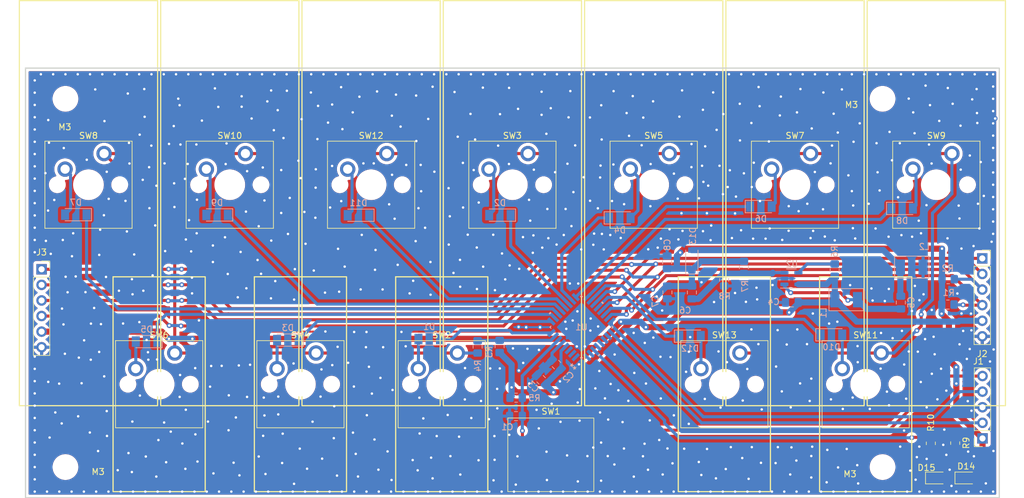
<source format=kicad_pcb>
(kicad_pcb (version 20211014) (generator pcbnew)
  (layers (0 "F.Cu" signal) (31 "B.Cu" signal) (34 "B.Paste" user) (35 "F.Paste" user) (36 "B.SilkS" user "B.Silkscreen") (37 "F.SilkS" user "F.Silkscreen") (38 "B.Mask" user) (39 "F.Mask" user) (44 "Edge.Cuts" user))
  (net 0 "")
  (net 1 "NRSTk")
  (net 2 "GND")
  (net 3 "+3V3")
  (net 4 "LOAD")
  (net 5 "Net-(C5-Pad1)")
  (net 6 "Net-(C5-Pad2)")
  (net 7 "Net-(C6-Pad2)")
  (net 8 "KSWC1k")
  (net 9 "Net-(D1-Pad2)")
  (net 10 "KSWC7k")
  (net 11 "Net-(D2-Pad2)")
  (net 12 "KSWC2k")
  (net 13 "Net-(D3-Pad2)")
  (net 14 "KSWC8k")
  (net 15 "Net-(D4-Pad2)")
  (net 16 "KSWC3k")
  (net 17 "Net-(D5-Pad2)")
  (net 18 "KSWC9k")
  (net 19 "Net-(D6-Pad2)")
  (net 20 "KSWC4k")
  (net 21 "Net-(D7-Pad2)")
  (net 22 "KSWC10k")
  (net 23 "Net-(D8-Pad2)")
  (net 24 "KSWC5k")
  (net 25 "Net-(D9-Pad2)")
  (net 26 "KSWC11k")
  (net 27 "Net-(D10-Pad2)")
  (net 28 "KSWC6k")
  (net 29 "Net-(D11-Pad2)")
  (net 30 "KSWC12k")
  (net 31 "Net-(D12-Pad2)")
  (net 32 "Net-(D14-Pad1)")
  (net 33 "Net-(D15-Pad2)")
  (net 34 "SWCLKk")
  (net 35 "SWDIOk")
  (net 36 "I2C1_SCL")
  (net 37 "I2C1_SDA")
  (net 38 "I2C2_SDAk")
  (net 39 "I2C2_SCLk")
  (net 40 "KSWR1k")
  (net 41 "ROW")
  (net 42 "Net-(R6-Pad2)")
  (net 43 "USART1_TXk")
  (footprint "cherry_mx:SW_Cherry_MX_PCB_1.00u" (layer "F.Cu") (at 189.75 64)
    (fp_text reference "SW9")
    (fp_text value "Cherry_MX_1u")
  )
  (footprint "cherry_mx:SW_Cherry_MX_PCB_1.00u" (layer "F.Cu") (at 166.75 64)
    (fp_text reference "SW7")
    (fp_text value "Cherry_MX_1u")
  )
  (footprint "cherry_mx:SW_Cherry_MX_PCB_1.00u" (layer "F.Cu") (at 120.75 64)
    (fp_text reference "SW3")
    (fp_text value "Cherry_MX_1u")
  )
  (footprint "MountingHole:MountingHole_3.2mm_M3" (layer "F.Cu") (at 181 50)
    (fp_text reference "M3")
    (fp_text value "MountingHole_3.2mm_M3")
  )
  (footprint "cherry_mx:SW_Cherry_MX_PCB_1.00u" (layer "F.Cu") (at 97.75 64)
    (fp_text reference "SW12")
    (fp_text value "Cherry_MX_1u")
  )
  (footprint "cherry_mx:SW_Cherry_MX_PCB_1.00u" (layer "F.Cu") (at 109.25 96.5)
    (fp_text reference "SW2")
    (fp_text value "Cherry_MX_1u")
  )
  (footprint "cherry_mx:SW_Cherry_MX_PCB_1.00u" (layer "F.Cu") (at 86.25 96.5)
    (fp_text reference "SW4")
    (fp_text value "Cherry_MX_1u")
  )
  (footprint "MountingHole:MountingHole_3.2mm_M3" (layer "F.Cu") (at 181 110)
    (fp_text reference "M3")
    (fp_text value "MountingHole_3.2mm_M3")
  )
  (footprint "Resistor_SMD:R_0805_2012Metric_Pad1.20x1.40mm_HandSolder" (layer "F.Cu") (at 188.855 106.135 -90)
    (fp_text reference "R10")
    (fp_text value "1k")
  )
  (footprint "Connector_PinSocket_2.54mm:PinSocket_1x05_P2.54mm_Vertical" (layer "F.Cu") (at 197.265 105.33 180)
    (fp_text reference "J1")
    (fp_text value "Conn_01x05_Male")
  )
  (footprint "cherry_mx:SW_Cherry_MX_PCB_1.00u" (layer "F.Cu") (at 143.75 64)
    (fp_text reference "SW5")
    (fp_text value "Cherry_MX_1u")
  )
  (footprint "cherry_mx:SW_Cherry_MX_PCB_1.00u" (layer "F.Cu") (at 178.25 96.5)
    (fp_text reference "SW11")
    (fp_text value "Cherry_MX_1u")
  )
  (footprint "Connector_PinSocket_2.54mm:PinSocket_1x06_P2.54mm_Vertical" (layer "F.Cu") (at 197.23 76)
    (fp_text reference "J2")
    (fp_text value "Conn_01x06_Male")
  )
  (footprint "Connector_PinSocket_2.54mm:PinSocket_1x06_P2.54mm_Vertical" (layer "F.Cu") (at 44.115 77.775)
    (fp_text reference "J3")
    (fp_text value "Conn_01x06_Male")
  )
  (footprint "tactile_button:ROCPU Switches TP10721645" (layer "F.Cu") (at 127 108)
    (fp_text reference "SW1")
    (fp_text value "SW_Push")
  )
  (footprint "cherry_mx:SW_Cherry_MX_PCB_1.00u" (layer "F.Cu") (at 155.25 96.5)
    (fp_text reference "SW13")
    (fp_text value "Cherry_MX_1u")
  )
  (footprint "LED_SMD:LED_0805_2012Metric_Pad1.15x1.40mm_HandSolder" (layer "F.Cu") (at 194.645 111.775)
    (fp_text reference "D14")
    (fp_text value "GREEN LED")
  )
  (footprint "Resistor_SMD:R_0805_2012Metric_Pad1.20x1.40mm_HandSolder" (layer "F.Cu") (at 192.825 106.095 -90)
    (fp_text reference "R9")
    (fp_text value "1k")
  )
  (footprint "cherry_mx:SW_Cherry_MX_PCB_1.00u" (layer "F.Cu") (at 63.25 96.5)
    (fp_text reference "SW6")
    (fp_text value "Cherry_MX_1u")
  )
  (footprint "MountingHole:MountingHole_3.2mm_M3" (layer "F.Cu") (at 48 50)
    (fp_text reference "M3")
    (fp_text value "MountingHole_3.2mm_M3")
  )
  (footprint "cherry_mx:SW_Cherry_MX_PCB_1.00u" (layer "F.Cu") (at 51.75 64)
    (fp_text reference "SW8")
    (fp_text value "Cherry_MX_1u")
  )
  (footprint "MountingHole:MountingHole_3.2mm_M3" (layer "F.Cu") (at 48 110)
    (fp_text reference "M3")
    (fp_text value "MountingHole_3.2mm_M3")
  )
  (footprint "cherry_mx:SW_Cherry_MX_PCB_1.00u" (layer "F.Cu") (at 74.75 64)
    (fp_text reference "SW10")
    (fp_text value "Cherry_MX_1u")
  )
  (footprint "LED_SMD:LED_0805_2012Metric_Pad1.15x1.40mm_HandSolder" (layer "F.Cu") (at 189.855 111.775)
    (fp_text reference "D15")
    (fp_text value "RED LED")
  )
  (footprint "Resistor_SMD:R_0805_2012Metric_Pad1.20x1.40mm_HandSolder" (layer "B.Cu") (at 191.63 83.52)
    (fp_text reference "R1")
    (fp_text value "10k")
  )
  (footprint "Diode_SMD:D_MiniMELF" (layer "B.Cu") (at 149.66 88.67)
    (fp_text reference "D12")
    (fp_text value "LL4148")
  )
  (footprint "Diode_SMD:D_MiniMELF" (layer "B.Cu") (at 172.68 88.45)
    (fp_text reference "D10")
    (fp_text value "LL4148")
  )
  (footprint "footprints:LQFP-32" (layer "B.Cu") (at 131.99 87.21 45)
    (fp_text reference "U1")
    (fp_text value "STM32G030K6T6")
  )
  (footprint "Diode_SMD:D_MiniMELF" (layer "B.Cu") (at 84.2 89.31 180)
    (fp_text reference "D3")
    (fp_text value "LL4148")
  )
  (footprint "Diode_SMD:D_MiniMELF" (layer "B.Cu") (at 61.2 89.56 180)
    (fp_text reference "D5")
    (fp_text value "LL4148")
  )
  (footprint "Diode_SMD:D_MiniMELF" (layer "B.Cu") (at 118.72 68.95 180)
    (fp_text reference "D2")
    (fp_text value "LL4148")
  )
  (footprint "inductors:inductor_koherelec" (layer "B.Cu") (at 175.08 82.73 -90)
    (fp_text reference "L1")
    (fp_text value "6.8uH")
  )
  (footprint "Resistor_SMD:R_0805_2012Metric_Pad1.20x1.40mm_HandSolder" (layer "B.Cu") (at 155.22 79.49 -90)
    (fp_text reference "R8")
    (fp_text value "5.6k")
  )
  (footprint "Resistor_SMD:R_0805_2012Metric_Pad1.20x1.40mm_HandSolder" (layer "B.Cu") (at 158.43 77.47 -90)
    (fp_text reference "R7")
    (fp_text value "9.1k")
  )
  (footprint "Capacitor_SMD:C_0805_2012Metric_Pad1.18x1.45mm_HandSolder" (layer "B.Cu") (at 127.929449 93.305093 135)
    (fp_text reference "C2")
    (fp_text value "100nF")
  )
  (footprint "Resistor_SMD:R_0805_2012Metric_Pad1.20x1.40mm_HandSolder" (layer "B.Cu") (at 173.21 77.91 90)
    (fp_text reference "R6")
    (fp_text value "100K")
  )
  (footprint "Capacitor_SMD:C_0805_2012Metric_Pad1.18x1.45mm_HandSolder" (layer "B.Cu") (at 166.24 83.17 180)
    (fp_text reference "C4")
    (fp_text value "22uF")
  )
  (footprint "Diode_SMD:D_MiniMELF" (layer "B.Cu") (at 184.19 67.86)
    (fp_text reference "D8")
    (fp_text value "LL4148")
  )
  (footprint "Capacitor_SMD:C_0805_2012Metric_Pad1.18x1.45mm_HandSolder" (layer "B.Cu") (at 149.96 81.55 -90)
    (fp_text reference "C6")
    (fp_text value "2.2nF")
  )
  (footprint "Resistor_SMD:R_0805_2012Metric_Pad1.20x1.40mm_HandSolder" (layer "B.Cu") (at 121.36 98.7)
    (fp_text reference "R5")
    (fp_text value "100k")
  )
  (footprint "Resistor_SMD:R_0805_2012Metric_Pad1.20x1.40mm_HandSolder" (layer "B.Cu") (at 118.67 90.35 -90)
    (fp_text reference "R3")
    (fp_text value "10K")
  )
  (footprint "Capacitor_SMD:C_0805_2012Metric_Pad1.18x1.45mm_HandSolder" (layer "B.Cu") (at 145.94 76.64 90)
    (fp_text reference "C8")
    (fp_text value "?uF")
  )
  (footprint "inductors:inductor_koherelec" (layer "B.Cu") (at 185.75 77.43 -90)
    (fp_text reference "L2")
    (fp_text value "6.8uH")
  )
  (footprint "Diode_SMD:D_MiniMELF" (layer "B.Cu") (at 107.21 89.13 180)
    (fp_text reference "D1")
    (fp_text value "LL4148")
  )
  (footprint "Capacitor_SMD:C_0805_2012Metric_Pad1.18x1.45mm_HandSolder" (layer "B.Cu") (at 121.33 101.7 180)
    (fp_text reference "C1")
    (fp_text value "100nF")
  )
  (footprint "Capacitor_SMD:C_0805_2012Metric_Pad1.18x1.45mm_HandSolder" (layer "B.Cu") (at 125.426377 95.786377 135)
    (fp_text reference "C3")
    (fp_text value "100nF")
  )
  (footprint "Capacitor_SMD:C_0805_2012Metric_Pad1.18x1.45mm_HandSolder" (layer "B.Cu") (at 145.98 81.54 -90)
    (fp_text reference "C7")
    (fp_text value "10uF")
  )
  (footprint "Resistor_SMD:R_0805_2012Metric_Pad1.20x1.40mm_HandSolder" (layer "B.Cu") (at 191.68 79.39)
    (fp_text reference "R2")
    (fp_text value "10k")
  )
  (footprint "Diode_SMD:D_MiniMELF" (layer "B.Cu") (at 72.68 68.92 180)
    (fp_text reference "D9")
    (fp_text value "LL4148")
  )
  (footprint "Package_TO_SOT_SMD:SOT-23-5" (layer "B.Cu") (at 166.16 79.28)
    (fp_text reference "U2")
    (fp_text value "LMR62421XMF")
  )
  (footprint "Resistor_SMD:R_0805_2012Metric_Pad1.20x1.40mm_HandSolder" (layer "B.Cu") (at 115.09 90.42 -90)
    (fp_text reference "R4")
    (fp_text value "10K")
  )
  (footprint "Diode_SMD:D_SOD-123" (layer "B.Cu") (at 149.96 76.3 90)
    (fp_text reference "D13")
    (fp_text value "FUXINSEMI DSK34 (SOD-123)")
  )
  (footprint "Capacitor_SMD:C_0805_2012Metric_Pad1.18x1.45mm_HandSolder" (layer "B.Cu") (at 183.97 83.19 90)
    (fp_text reference "C5")
    (fp_text value "2.2uF")
  )
  (footprint "Diode_SMD:D_MiniMELF" (layer "B.Cu") (at 138.24 69.4)
    (fp_text reference "D4")
    (fp_text value "LL4148")
  )
  (footprint "Diode_SMD:D_MiniMELF" (layer "B.Cu") (at 49.69 68.88 180)
    (fp_text reference "D7")
    (fp_text value "LL4148")
  )
  (footprint "Diode_SMD:D_MiniMELF" (layer "B.Cu") (at 95.69 68.97 180)
    (fp_text reference "D11")
    (fp_text value "LL4148")
  )
  (footprint "Diode_SMD:D_MiniMELF" (layer "B.Cu") (at 161.2 67.56)
    (fp_text reference "D6")
    (fp_text value "LL4148")
  )
  (gr_rect (start 132.5 34) (end 155 100) (layer "F.SilkS") (width 0.2) (fill none))
  (gr_rect (start 55.75 79) (end 70.75 114) (layer "F.SilkS") (width 0.2) (fill none))
  (gr_rect (start 101.75 79) (end 116.75 114) (layer "F.SilkS") (width 0.2) (fill none))
  (gr_rect (start 178.5 34) (end 201 100) (layer "F.SilkS") (width 0.2) (fill none))
  (gr_rect (start 63.5 34) (end 86 100) (layer "F.SilkS") (width 0.2) (fill none))
  (gr_rect (start 109.5 34) (end 132 100) (layer "F.SilkS") (width 0.2) (fill none))
  (gr_rect (start 155.5 34) (end 178 100) (layer "F.SilkS") (width 0.2) (fill none))
  (gr_rect (start 40.5 34) (end 63 100) (layer "F.SilkS") (width 0.2) (fill none))
  (gr_rect (start 147.75 79) (end 162.75 114) (layer "F.SilkS") (width 0.2) (fill none))
  (gr_rect (start 78.75 79) (end 93.75 114) (layer "F.SilkS") (width 0.2) (fill none))
  (gr_rect (start 86.5 34) (end 109 100) (layer "F.SilkS") (width 0.2) (fill none))
  (gr_rect (start 170.75 79) (end 185.75 114) (layer "F.SilkS") (width 0.2) (fill none))
  (gr_rect (start 41.5 45) (end 200 115) (layer "Edge.Cuts") (width 0.2) (fill none))
  (segment (start 122.38 104.08) (end 122.38 105.82) (width 0.5) (layer "F.Cu") (net 1))
  (segment (start 122.37 105.83) (end 124.94 105.83) (width 0.5) (layer "F.Cu") (net 1))
  (segment (start 126.78 103.99) (end 182.06 103.99) (width 0.5) (layer "F.Cu") (net 1))
  (segment (start 190.88 95.17) (end 197.265 95.17) (width 0.5) (layer "F.Cu") (net 1))
  (segment (start 122.38 105.82) (end 122.37 105.83) (width 0.5) (layer "F.Cu") (net 1))
  (segment (start 182.06 103.99) (end 190.88 95.17) (width 0.5) (layer "F.Cu") (net 1))
  (segment (start 124.94 105.83) (end 126.78 103.99) (width 0.5) (layer "F.Cu") (net 1))
  (via (at 122.38 104.08) (size 0.8) (drill 0.4) (layers "F.Cu" "B.Cu") (net 1))
  (segment (start 122.36 98.7) (end 122.36 95.142944) (width 0.5) (layer "B.Cu") (net 1))
  (segment (start 122.3675 104.0675) (end 122.38 104.08) (width 0.5) (layer "B.Cu") (net 1))
  (segment (start 122.3675 98.7075) (end 122.36 98.7) (width 0.5) (layer "B.Cu") (net 1))
  (segment (start 122.36 95.142944) (end 128.231869 89.271075) (width 0.5) (layer "B.Cu") (net 1))
  (segment (start 122.3675 101.7) (end 122.3675 104.0675) (width 0.5) (layer "B.Cu") (net 1))
  (segment (start 122.3675 101.7) (end 122.3675 98.7075) (width 0.5) (layer "B.Cu") (net 1))
  (via (at 143 114) (size 0.8) (drill 0.4) (layers "F.Cu" "B.Cu") (net 2))
  (via (at 190.52 93.98) (size 0.8) (drill 0.4) (layers "F.Cu" "B.Cu") (net 2))
  (via (at 112 46) (size 0.8) (drill 0.4) (layers "F.Cu" "B.Cu") (net 2))
  (via (at 80.56 111.13) (size 0.8) (drill 0.4) (layers "F.Cu" "B.Cu") (net 2))
  (via (at 140.51 111.56) (size 0.8) (drill 0.4) (layers "F.Cu" "B.Cu") (net 2))
  (via (at 92 46) (size 0.8) (drill 0.4) (layers "F.Cu" "B.Cu") (net 2))
  (via (at 86.89 68.43) (size 0.8) (drill 0.4) (layers "F.Cu" "B.Cu") (net 2))
  (via (at 68 46) (size 0.8) (drill 0.4) (layers "F.Cu" "B.Cu") (net 2))
  (via (at 155.8 64.37) (size 0.8) (drill 0.4) (layers "F.Cu" "B.Cu") (net 2))
  (via (at 196.76 71.12) (size 0.8) (drill 0.4) (layers "F.Cu" "B.Cu") (net 2))
  (via (at 117.91 81.18) (size 0.8) (drill 0.4) (layers "F.Cu" "B.Cu") (net 2))
  (via (at 105.33 110.53) (size 0.8) (drill 0.4) (layers "F.Cu" "B.Cu") (net 2))
  (via (at 85 114) (size 0.8) (drill 0.4) (layers "F.Cu" "B.Cu") (net 2))
  (via (at 88 46) (size 0.8) (drill 0.4) (layers "F.Cu" "B.Cu") (net 2))
  (via (at 60.58 63.2) (size 0.8) (drill 0.4) (layers "F.Cu" "B.Cu") (net 2))
  (via (at 85.92 60.09) (size 0.8) (drill 0.4) (layers "F.Cu" "B.Cu") (net 2))
  (via (at 120.3 77.15) (size 0.8) (drill 0.4) (layers "F.Cu" "B.Cu") (net 2))
  (via (at 43 71) (size 0.8) (drill 0.4) (layers "F.Cu" "B.Cu") (net 2))
  (via (at 176.93 90.29) (size 0.8) (drill 0.4) (layers "F.Cu" "B.Cu") (net 2))
  (via (at 107.41 76.59) (size 0.8) (drill 0.4) (layers "F.Cu" "B.Cu") (net 2))
  (via (at 43 55) (size 0.8) (drill 0.4) (layers "F.Cu" "B.Cu") (net 2))
  (via (at 131.95 74.54) (size 0.8) (drill 0.4) (layers "F.Cu" "B.Cu") (net 2))
  (via (at 123 114) (size 0.8) (drill 0.4) (layers "F.Cu" "B.Cu") (net 2))
  (via (at 188 46) (size 0.8) (drill 0.4) (layers "F.Cu" "B.Cu") (net 2))
  (via (at 71.54 96.9) (size 0.8) (drill 0.4) (layers "F.Cu" "B.Cu") (net 2))
  (via (at 153.43 48.96) (size 0.8) (drill 0.4) (layers "F.Cu" "B.Cu") (net 2))
  (via (at 165.97 111.21) (size 0.8) (drill 0.4) (layers "F.Cu" "B.Cu") (net 2))
  (via (at 84 46) (size 0.8) (drill 0.4) (layers "F.Cu" "B.Cu") (net 2))
  (via (at 114.45 61.61) (size 0.8) (drill 0.4) (layers "F.Cu" "B.Cu") (net 2))
  (via (at 82.64 98.52) (size 0.8) (drill 0.4) (layers "F.Cu" "B.Cu") (net 2))
  (via (at 59 114) (size 0.8) (drill 0.4) (layers "F.Cu" "B.Cu") (net 2))
  (via (at 177.03 112.67) (size 0.8) (drill 0.4) (layers "F.Cu" "B.Cu") (net 2))
  (via (at 120.21 48.22) (size 0.8) (drill 0.4) (layers "F.Cu" "B.Cu") (net 2))
  (via (at 79.84 78.51) (size 0.8) (drill 0.4) (layers "F.Cu" "B.Cu") (net 2))
  (via (at 173.04 52.43) (size 0.8) (drill 0.4) (layers "F.Cu" "B.Cu") (net 2))
  (via (at 125.07 90.91) (size 0.8) (drill 0.4) (layers "F.Cu" "B.Cu") (net 2))
  (via (at 191.62 48.24) (size 0.8) (drill 0.4) (layers "F.Cu" "B.Cu") (net 2))
  (via (at 112.07 105.05) (size 0.8) (drill 0.4) (layers "F.Cu" "B.Cu") (net 2))
  (via (at 104 46) (size 0.8) (drill 0.4) (layers "F.Cu" "B.Cu") (net 2))
  (via (at 133.92 73.78) (size 0.8) (drill 0.4) (layers "F.Cu" "B.Cu") (net 2))
  (via (at 43 94) (size 0.8) (drill 0.4) (layers "F.Cu" "B.Cu") (net 2))
  (via (at 83.12 61.61) (size 0.8) (drill 0.4) (layers "F.Cu" "B.Cu") (net 2))
  (via (at 92.3 90.41) (size 0.8) (drill 0.4) (layers "F.Cu" "B.Cu") (net 2))
  (via (at 96 46) (size 0.8) (drill 0.4) (layers "F.Cu" "B.Cu") (net 2))
  (via (at 66.58 51.04) (size 0.8) (drill 0.4) (layers "F.Cu" "B.Cu") (net 2))
  (via (at 134.25 97.18) (size 0.8) (drill 0.4) (layers "F.Cu" "B.Cu") (net 2))
  (via (at 108 46) (size 0.8) (drill 0.4) (layers "F.Cu" "B.Cu") (net 2))
  (via (at 67.03 106.16) (size 0.8) (drill 0.4) (layers "F.Cu" "B.Cu") (net 2))
  (via (at 83 114) (size 0.8) (drill 0.4) (layers "F.Cu" "B.Cu") (net 2))
  (via (at 62 46) (size 0.8) (drill 0.4) (layers "F.Cu" "B.Cu") (net 2))
  (via (at 98.94 110.43) (size 0.8) (drill 0.4) (layers "F.Cu" "B.Cu") (net 2))
  (via (at 65 114) (size 0.8) (drill 0.4) (layers "F.Cu" "B.Cu") (net 2))
  (via (at 161.21 109.31) (size 0.8) (drill 0.4) (layers "F.Cu" "B.Cu") (net 2))
  (via (at 159 114) (size 0.8) (drill 0.4) (layers "F.Cu" "B.Cu") (net 2))
  (via (at 163 114) (size 0.8) (drill 0.4) (layers "F.Cu" "B.Cu") (net 2))
  (via (at 140.49 88.14) (size 0.8) (drill 0.4) (layers "F.Cu" "B.Cu") (net 2))
  (via (at 77.38 68.38) (size 0.8) (drill 0.4) (layers "F.Cu" "B.Cu") (net 2))
  (via (at 124.68 100.67) (size 0.8) (drill 0.4) (layers "F.Cu" "B.Cu") (net 2))
  (via (at 100.43 107.45) (size 0.8) (drill 0.4) (layers "F.Cu" "B.Cu") (net 2))
  (via (at 72.33 48.3) (size 0.8) (drill 0.4) (layers "F.Cu" "B.Cu") (net 2))
  (via (at 164.6 97.67) (size 0.8) (drill 0.4) (layers "F.Cu" "B.Cu") (net 2))
  (via (at 95 114) (size 0.8) (drill 0.4) (layers "F.Cu" "B.Cu") (net 2))
  (via (at 103.38 90.32) (size 0.8) (drill 0.4) (layers "F.Cu" "B.Cu") (net 2))
  (via (at 71.2 102.59) (size 0.8) (drill 0.4) (layers "F.Cu" "B.Cu") (net 2))
  (via (at 153.01 73.03) (size 0.8) (drill 0.4) (layers "F.Cu" "B.Cu") (net 2))
  (via (at 88.68 69.38) (size 0.8) (drill 0.4) (layers "F.Cu" "B.Cu") (net 2))
  (via (at 143.65 50.41) (size 0.8) (drill 0.4) (layers "F.Cu" "B.Cu") (net 2))
  (via (at 121.8 94.27) (size 0.8) (drill 0.4) (layers "F.Cu" "B.Cu") (net 2))
  (via (at 48.35 81.52) (size 0.8) (drill 0.4) (layers "F.Cu" "B.Cu") (net 2))
  (via (at 181.98 72.47) (size 0.8) (drill 0.4) (layers "F.Cu" "B.Cu") (net 2))
  (via (at 58.42 60.54) (size 0.8) (drill 0.4) (layers "F.Cu" "B.Cu") (net 2))
  (via (at 157 114) (size 0.8) (drill 0.4) (layers "F.Cu" "B.Cu") (net 2))
  (via (at 115.24 108.89) (size 0.8) (drill 0.4) (layers "F.Cu" "B.Cu") (net 2))
  (via (at 88.72 64.48) (size 0.8) (drill 0.4) (layers "F.Cu" "B.Cu") (net 2))
  (via (at 102.55 54.53) (size 0.8) (drill 0.4) (layers "F.Cu" "B.Cu") (net 2))
  (via (at 146 46) (size 0.8) (drill 0.4) (layers "F.Cu" "B.Cu") (net 2))
  (via (at 113 114) (size 0.8) (drill 0.4) (layers "F.Cu" "B.Cu") (net 2))
  (via (at 64.39 109.21) (size 0.8) (drill 0.4) (layers "F.Cu" "B.Cu") (net 2))
  (via (at 196.53 67.1) (size 0.8) (drill 0.4) (layers "F.Cu" "B.Cu") (net 2))
  (via (at 54.35 53.63) (size 0.8) (drill 0.4) (layers "F.Cu" "B.Cu") (net 2))
  (via (at 121 114) (size 0.8) (drill 0.4) (layers "F.Cu" "B.Cu") (net 2))
  (via (at 97 114) (size 0.8) (drill 0.4) (layers "F.Cu" "B.Cu") (net 2))
  (via (at 43 67) (size 0.8) (drill 0.4) (layers "F.Cu" "B.Cu") (net 2))
  (via (at 100.69 67.19) (size 0.8) (drill 0.4) (layers "F.Cu" "B.Cu") (net 2))
  (via (at 77.45 80.87) (size 0.8) (drill 0.4) (layers "F.Cu" "B.Cu") (net 2))
  (via (at 110 46) (size 0.8) (drill 0.4) (layers "F.Cu" "B.Cu") (net 2))
  (via (at 180.75 88.15) (size 0.8) (drill 0.4) (layers "F.Cu" "B.Cu") (net 2))
  (via (at 52.15 86.63) (size 0.8) (drill 0.4) (layers "F.Cu" "B.Cu") (net 2))
  (via (at 155.48 110.32) (size 0.8) (drill 0.4) (layers "F.Cu" "B.Cu") (net 2))
  (via (at 147.04 62.19) (size 0.8) (drill 0.4) (layers "F.Cu" "B.Cu") (net 2))
  (via (at 50.63 96.34) (size 0.8) (drill 0.4) (layers "F.Cu" "B.Cu") (net 2))
  (via (at 43 73) (size 0.8) (drill 0.4) (layers "F.Cu" "B.Cu") (net 2))
  (via (at 82.64 101.42) (size 0.8) (drill 0.4) (layers "F.Cu" "B.Cu") (net 2))
  (via (at 113.01 98.98) (size 0.8) (drill 0.4) (layers "F.Cu" "B.Cu") (net 2))
  (via (at 169.55 106.68) (size 0.8) (drill 0.4) (layers "F.Cu" "B.Cu") (net 2))
  (via (at 188.18 100.27) (size 0.8) (drill 0.4) (layers "F.Cu" "B.Cu") (net 2))
  (via (at 176 65.04) (size 0.8) (drill 0.4) (layers "F.Cu" "B.Cu") (net 2))
  (via (at 98.18 60.52) (size 0.8) (drill 0.4) (layers "F.Cu" "B.Cu") (net 2))
  (via (at 171.37 48.97) (size 0.8) (drill 0.4) (layers "F.Cu" "B.Cu") (net 2))
  (via (at 176.28 57) (size 0.8) (drill 0.4) (layers "F.Cu" "B.Cu") (net 2))
  (via (at 120 46) (size 0.8) (drill 0.4) (layers "F.Cu" "B.Cu") (net 2))
  (via (at 111.16 78.37) (size 0.8) (drill 0.4) (layers "F.Cu" "B.Cu") (net 2))
  (via (at 168.7 89.97) (size 0.8) (drill 0.4) (layers "F.Cu" "B.Cu") (net 2))
  (via (at 70.21 53.55) (size 0.8) (drill 0.4) (layers "F.Cu" "B.Cu") (net 2))
  (via (at 105.11 56.88) (size 0.8) (drill 0.4) (layers "F.Cu" "B.Cu") (net 2))
  (via (at 161.33 100.61) (size 0.8) (drill 0.4) (layers "F.Cu" "B.Cu") (net 2))
  (via (at 112.72 67.71) (size 0.8) (drill 0.4) (layers "F.Cu" "B.Cu") (net 2))
  (via (at 73.97 72.56) (size 0.8) (drill 0.4) (layers "F.Cu" "B.Cu") (net 2))
  (via (at 127.94 73.75) (size 0.8) (drill 0.4) (layers "F.Cu" "B.Cu") (net 2))
  (via (at 199 62) (size 0.8) (drill 0.4) (layers "F.Cu" "B.Cu") (net 2))
  (via (at 90.25 81.58) (size 0.8) (drill 0.4) (layers "F.Cu" "B.Cu") (net 2))
  (via (at 156.48 72.69) (size 0.8) (drill 0.4) (layers "F.Cu" "B.Cu") (net 2))
  (via (at 151.5 111.29) (size 0.8) (drill 0.4) (layers "F.Cu" "B.Cu") (net 2))
  (via (at 144.92 72.78) (size 0.8) (drill 0.4) (layers "F.Cu" "B.Cu") (net 2))
  (via (at 108.43 104.95) (size 0.8) (drill 0.4) (layers "F.Cu" "B.Cu") (net 2))
  (via (at 104.6 79.65) (size 0.8) (drill 0.4) (layers "F.Cu" "B.Cu") (net 2))
  (via (at 135.28 56.63) (size 0.8) (drill 0.4) (layers "F.Cu" "B.Cu") (net 2))
  (via (at 68.59 79.14) (size 0.8) (drill 0.4) (layers "F.Cu" "B.Cu") (net 2))
  (via (at 62.19 78.77) (size 0.8) (drill 0.4) (layers "F.Cu" "B.Cu") (net 2))
  (via (at 62.91 92.47) (size 0.8) (drill 0.4) (layers "F.Cu" "B.Cu") (net 2))
  (via (at 61.08 108.28) (size 0.8) (drill 0.4) (layers "F.Cu" "B.Cu") (net 2))
  (via (at 173.64 86.32) (size 0.8) (drill 0.4) (layers "F.Cu" "B.Cu") (net 2))
  (via (at 167.63 48.41) (size 0.8) (drill 0.4) (layers "F.Cu" "B.Cu") (net 2))
  (via (at 57.77 66.63) (size 0.8) (drill 0.4) (layers "F.Cu" "B.Cu") (net 2))
  (via (at 58.82 79.39) (size 0.8) (drill 0.4) (layers "F.Cu" "B.Cu") (net 2))
  (via (at 54 46) (size 0.8) (drill 0.4) (layers "F.Cu" "B.Cu") (net 2))
  (via (at 186 46) (size 0.8) (drill 0.4) (layers "F.Cu" "B.Cu") (net 2))
  (via (at 146.81 109.39) (size 0.8) (drill 0.4) (layers "F.Cu" "B.Cu") (net 2))
  (via (at 66.72 57.45) (size 0.8) (drill 0.4) (layers "F.Cu" "B.Cu") (net 2))
  (via (at 185 114) (size 0.8) (drill 0.4) (layers "F.Cu" "B.Cu") (net 2))
  (via (at 169.98 61.92) (size 0.8) (drill 0.4) (layers "F.Cu" "B.Cu") (net 2))
  (via (at 194.87 99.26) (size 0.8) (drill 0.4) (layers "F.Cu" "B.Cu") (net 2))
  (via (at 56 46) (size 0.8) (drill 0.4) (layers "F.Cu" "B.Cu") (net 2))
  (via (at 53.65 71.33) (size 0.8) (drill 0.4) (layers "F.Cu" "B.Cu") (net 2))
  (via (at 154 46) (size 0.8) (drill 0.4) (layers "F.Cu" "B.Cu") (net 2))
  (via (at 174 46) (size 0.8) (drill 0.4) (layers "F.Cu" "B.Cu") (net 2))
  (via (at 199 58) (size 0.8) (drill 0.4) (layers "F.Cu" "B.Cu") (net 2))
  (via (at 67.9 60.61) (size 0.8) (drill 0.4) (layers "F.Cu" "B.Cu") (net 2))
  (via (at 94.8 104.39) (size 0.8) (drill 0.4) (layers "F.Cu" "B.Cu") (net 2))
  (via (at 149.47 91.21) (size 0.8) (drill 0.4) (layers "F.Cu" "B.Cu") (net 2))
  (via (at 85.22 82.71) (size 0.8) (drill 0.4) (layers "F.Cu" "B.Cu") (net 2))
  (via (at 150 46) (size 0.8) (drill 0.4) (layers "F.Cu" "B.Cu") (net 2))
  (via (at 143.11 102.39) (size 0.8) (drill 0.4) (layers "F.Cu" "B.Cu") (net 2))
  (via (at 191.57 72.73) (size 0.8) (drill 0.4) (layers "F.Cu" "B.Cu") (net 2))
  (via (at 58.81 110.81) (size 0.8) (drill 0.4) (layers "F.Cu" "B.Cu") (net 2))
  (via (at 79 114) (size 0.8) (drill 0.4) (layers "F.Cu" "B.Cu") (net 2))
  (via (at 138.93 67.17) (size 0.8) (drill 0.4) (layers "F.Cu" "B.Cu") (net 2))
  (via (at 129.71 60.58) (size 0.8) (drill 0.4) (layers "F.Cu" "B.Cu") (net 2))
  (via (at 117.14 93.93) (size 0.8) (drill 0.4) (layers "F.Cu" "B.Cu") (net 2))
  (via (at 69.49 109.1) (size 0.8) (drill 0.4) (layers "F.Cu" "B.Cu") (net 2))
  (via (at 189.02 94.8) (size 0.8) (drill 0.4) (layers "F.Cu" "B.Cu") (net 2))
  (via (at 184.15 87.81) (size 0.8) (drill 0.4) (layers "F.Cu" "B.Cu") (net 2))
  (via (at 151.77 71.57) (size 0.8) (drill 0.4) (layers "F.Cu" "B.Cu") (net 2))
  (via (at 98.47 74.63) (size 0.8) (drill 0.4) (layers "F.Cu" "B.Cu") (net 2))
  (via (at 199 60) (size 0.8) (drill 0.4) (layers "F.Cu" "B.Cu") (net 2))
  (via (at 139 114) (size 0.8) (drill 0.4) (layers "F.Cu" "B.Cu") (net 2))
  (via (at 76.68 49.59) (size 0.8) (drill 0.4) (layers "F.Cu" "B.Cu") (net 2))
  (via (at 147.03 101.57) (size 0.8) (drill 0.4) (layers "F.Cu" "B.Cu") (net 2))
  (via (at 166 46) (size 0.8) (drill 0.4) (layers "F.Cu" "B.Cu") (net 2))
  (via (at 109 114) (size 0.8) (drill 0.4) (layers "F.Cu" "B.Cu") (net 2))
  (via (at 69.36 71.91) (size 0.8) (drill 0.4) (layers "F.Cu" "B.Cu") (net 2))
  (via (at 163.96 106.75) (size 0.8) (drill 0.4) (layers "F.Cu" "B.Cu") (net 2))
  (via (at 169.4 108.2) (size 0.8) (drill 0.4) (layers "F.Cu" "B.Cu") (net 2))
  (via (at 125.61 74.25) (size 0.8) (drill 0.4) (layers "F.Cu" "B.Cu") (net 2))
  (via (at 140 46) (size 0.8) (drill 0.4) (layers "F.Cu" "B.Cu") (net 2))
  (via (at 139.62 99.21) (size 0.8) (drill 0.4) (layers "F.Cu" "B.Cu") (net 2))
  (via (at 119 114) (size 0.8) (drill 0.4) (layers "F.Cu" "B.Cu") (net 2))
  (via (at 126.37 112.11) (size 0.8) (drill 0.4) (layers "F.Cu" "B.Cu") (net 2))
  (via (at 43 57) (size 0.8) (drill 0.4) (layers "F.Cu" "B.Cu") (net 2))
  (via (at 48.03 78.99) (size 0.8) (drill 0.4) (layers "F.Cu" "B.Cu") (net 2))
  (via (at 104.02 81.7) (size 0.8) (drill 0.4) (layers "F.Cu" "B.Cu") (net 2))
  (via (at 152 46) (size 0.8) (drill 0.4) (layers "F.Cu" "B.Cu") (net 2))
  (via (at 190.23 53.6) (size 0.8) (drill 0.4) (layers "F.Cu" "B.Cu") (net 2))
  (via (at 186.89 69.86) (size 0.8) (drill 0.4) (layers "F.Cu" "B.Cu") (net 2))
  (via (at 186.74 91.2) (size 0.8) (drill 0.4) (layers "F.Cu" "B.Cu") (net 2))
  (via (at 51 114) (size 0.8) (drill 0.4) (layers "F.Cu" "B.Cu") (net 2))
  (via (at 128.58 102.63) (size 0.8) (drill 0.4) (layers "F.Cu" "B.Cu") (net 2))
  (via (at 123.65 69.85) (size 0.8) (drill 0.4) (layers "F.Cu" "B.Cu") (net 2))
  (via (at 90.74 53.88) (size 0.8) (drill 0.4) (layers "F.Cu" "B.Cu") (net 2))
  (via (at 184 46) (size 0.8) (drill 0.4) (layers "F.Cu" "B.Cu") (net 2))
  (via (at 54.72 100.88) (size 0.8) (drill 0.4) (layers "F.Cu" "B.Cu") (net 2))
  (via (at 97.06 101.55) (size 0.8) (drill 0.4) (layers "F.Cu" "B.Cu") (net 2))
  (via (at 186.26 80.48) (size 0.8) (drill 0.4) (layers "F.Cu" "B.Cu") (net 2))
  (via (at 183.81 57.23) (size 0.8) (drill 0.4) (layers "F.Cu" "B.Cu") (net 2))
  (via (at 105.46 67.82) (size 0.8) (drill 0.4) (layers "F.Cu" "B.Cu") (net 2))
  (via (at 126.99 51.53) (size 0.8) (drill 0.4) (layers "F.Cu" "B.Cu") (net 2))
  (via (at 110.39 73.75) (size 0.8) (drill 0.4) (layers "F.Cu" "B.Cu") (net 2))
  (via (at 63.13 105.6) (size 0.8) (drill 0.4) (layers "F.Cu" "B.Cu") (net 2))
  (via (at 87 114) (size 0.8) (drill 0.4) (layers "F.Cu" "B.Cu") (net 2))
  (via (at 84.51 66.15) (size 0.8) (drill 0.4) (layers "F.Cu" "B.Cu") (net 2))
  (via (at 160 46) (size 0.8) (drill 0.4) (layers "F.Cu" "B.Cu") (net 2))
  (via (at 73 114) (size 0.8) (drill 0.4) (layers "F.Cu" "B.Cu") (net 2))
  (via (at 129.11 72.19) (size 0.8) (drill 0.4) (layers "F.Cu" "B.Cu") (net 2))
  (via (at 79.46 70.76) (size 0.8) (drill 0.4) (layers "F.Cu" "B.Cu") (net 2))
  (via (at 138 46) (size 0.8) (drill 0.4) (layers "F.Cu" "B.Cu") (net 2))
  (via (at 195.2 59.24) (size 0.8) (drill 0.4) (layers "F.Cu" "B.Cu") (net 2))
  (via (at 134.66 67.84) (size 0.8) (drill 0.4) (layers "F.Cu" "B.Cu") (net 2))
  (via (at 176.55 72.76) (size 0.8) (drill 0.4) (layers "F.Cu" "B.Cu") (net 2))
  (via (at 57.38 86.61) (size 0.8) (drill 0.4) (layers "F.Cu" "B.Cu") (net 2))
  (via (at 98.72 48.8) (size 0.8) (drill 0.4) (layers "F.Cu" "B.Cu") (net 2))
  (via (at 172 46) (size 0.8) (drill 0.4) (layers "F.Cu" "B.Cu") (net 2))
  (via (at 131.68 102.44) (size 0.8) (drill 0.4) (layers "F.Cu" "B.Cu") (net 2))
  (via (at 135.21 51.05) (size 0.8) (drill 0.4) (layers "F.Cu" "B.Cu") (net 2))
  (via (at 133.49 85.8) (size 0.8) (drill 0.4) (layers "F.Cu" "B.Cu") (net 2))
  (via (at 160.48 80.78) (size 0.8) (drill 0.4) (layers "F.Cu" "B.Cu") (net 2))
  (via (at 151 114) (size 0.8) (drill 0.4) (layers "F.Cu" "B.Cu") (net 2))
  (via (at 158.43 62.14) (size 0.8) (drill 0.4) (layers "F.Cu" "B.Cu") (net 2))
  (via (at 167.58 96.37) (size 0.8) (drill 0.4) (layers "F.Cu" "B.Cu") (net 2))
  (via (at 118.43 57.63) (size 0.8) (drill 0.4) (layers "F.Cu" "B.Cu") (net 2))
  (via (at 160.04 60.41) (size 0.8) (drill 0.4) (layers "F.Cu" "B.Cu") (net 2))
  (via (at 190 46) (size 0.8) (drill 0.4) (layers "F.Cu" "B.Cu") (net 2))
  (via (at 144 46) (size 0.8) (drill 0.4) (layers "F.Cu" "B.Cu") (net 2))
  (via (at 154.46 60.91) (size 0.8) (drill 0.4) (layers "F.Cu" "B.Cu") (net 2))
  (via (at 95.25 107.85) (size 0.8) (drill 0.4) (layers "F.Cu" "B.Cu") (net 2))
  (via (at 135.02 101.1) (size 0.8) (drill 0.4) (layers "F.Cu" "B.Cu") (net 2))
  (via (at 135.1 60.88) (size 0.8) (drill 0.4) (layers "F.Cu" "B.Cu") (net 2))
  (via (at 155.08 52.49) (size 0.8) (drill 0.4) (layers "F.Cu" "B.Cu") (net 2))
  (via (at 199.05 107.38) (size 0.8) (drill 0.4) (layers "F.Cu" "B.Cu") (net 2))
  (via (at 89 114) (size 0.8) (drill 0.4) (layers "F.Cu" "B.Cu") (net 2))
  (via (at 156 46) (size 0.8) (drill 0.4) (layers "F.Cu" "B.Cu") (net 2))
  (via (at 96.5 60.52) (size 0.8) (drill 0.4) (layers "F.Cu" "B.Cu") (net 2))
  (via (at 165 114) (size 0.8) (drill 0.4) (layers "F.Cu" "B.Cu") (net 2))
  (via (at 101.58 69.54) (size 0.8) (drill 0.4) (layers "F.Cu" "B.Cu") (net 2))
  (via (at 159.65 87.57) (size 0.8) (drill 0.4) (layers "F.Cu" "B.Cu") (net 2))
  (via (at 169.14 99.23) (size 0.8) (drill 0.4) (layers "F.Cu" "B.Cu") (net 2))
  (via (at 87.08 73.62) (size 0.8) (drill 0.4) (layers "F.Cu" "B.Cu") (net 2))
  (via (at 135.62 74.54) (size 0.8) (drill 0.4) (layers "F.Cu" "B.Cu") (net 2))
  (via (at 43 75) (size 0.8) (drill 0.4) (layers "F.Cu" "B.Cu") (net 2))
  (via (at 126.44 67.95) (size 0.8) (drill 0.4) (layers "F.Cu" "B.Cu") (net 2))
  (via (at 166.97 108.94) (size 0.8) (drill 0.4) (layers "F.Cu" "B.Cu") (net 2))
  (via (at 169.28 72.69) (size 0.8) (drill 0.4) (layers "F.Cu" "B.Cu") (net 2))
  (via (at 135 114) (size 0.8) (drill 0.4) (layers "F.Cu" "B.Cu") (net 2))
  (via (at 160.82 48.08) (size 0.8) (drill 0.4) (layers "F.Cu" "B.Cu") (net 2))
  (via (at 60.68 81.27) (size 0.8) (drill 0.4) (layers "F.Cu" "B.Cu") (net 2))
  (via (at 135.82 98.81) (size 0.8) (drill 0.4) (layers "F.Cu" "B.Cu") (net 2))
  (via (at 121.3 112.86) (size 0.8) (drill 0.4) (layers "F.Cu" "B.Cu") (net 2))
  (via (at 120.19 60.62) (size 0.8) (drill 0.4) (layers "F.Cu" "B.Cu") (net 2))
  (via (at 199 54) (size 0.8) (drill 0.4) (layers "F.Cu" "B.Cu") (net 2))
  (via (at 160.99 51.2) (size 0.8) (drill 0.4) (layers "F.Cu" "B.Cu") (net 2))
  (via (at 58.34 57.18) (size 0.8) (drill 0.4) (layers "F.Cu" "B.Cu") (net 2))
  (via (at 149.46 102.96) (size 0.8) (drill 0.4) (layers "F.Cu" "B.Cu") (net 2))
  (via (at 66 46) (size 0.8) (drill 0.4) (layers "F.Cu" "B.Cu") (net 2))
  (via (at 49.26 71.91) (size 0.8) (drill 0.4) (layers "F.Cu" "B.Cu") (net 2))
  (via (at 136.27 108.21) (size 0.8) (drill 0.4) (layers "F.Cu" "B.Cu") (net 2))
  (via (at 65.14 104.23) (size 0.8) (drill 0.4) (layers "F.Cu" "B.Cu") (net 2))
  (via (at 141 114) (size 0.8) (drill 0.4) (layers "F.Cu" "B.Cu") (net 2))
  (via (at 47.91 91.54) (size 0.8) (drill 0.4) (layers "F.Cu" "B.Cu") (net 2))
  (via (at 184.07 72.21) (size 0.8) (drill 0.4) (layers "F.Cu" "B.Cu") (net 2))
  (via (at 72.88 51.32) (size 0.8) (drill 0.4) (layers "F.Cu" "B.Cu") (net 2))
  (via (at 142.3 89.77) (size 0.8) (drill 0.4) (layers "F.Cu" "B.Cu") (net 2))
  (via (at 132.54 90.34) (size 0.8) (drill 0.4) (layers "F.Cu" "B.Cu") (net 2))
  (via (at 194.72 92.38) (size 0.8) (drill 0.4) (layers "F.Cu" "B.Cu") (net 2))
  (via (at 183 114) (size 0.8) (drill 0.4) (layers "F.Cu" "B.Cu") (net 2))
  (via (at 146.33 71.26) (size 0.8) (drill 0.4) (layers "F.Cu" "B.Cu") (net 2))
  (via (at 58.26 107.72) (size 0.8) (drill 0.4) (layers "F.Cu" "B.Cu") (net 2))
  (via (at 112.22 76.24) (size 0.8) (drill 0.4) (layers "F.Cu" "B.Cu") (net 2))
  (via (at 86.14 107) (size 0.8) (drill 0.4) (layers "F.Cu" "B.Cu") (net 2))
  (via (at 111.33 48.89) (size 0.8) (drill 0.4) (layers "F.Cu" "B.Cu") (net 2))
  (via (at 198 46) (size 0.8) (drill 0.4) (layers "F.Cu" "B.Cu") (net 2))
  (via (at 187 114) (size 0.8) (drill 0.4) (layers "F.Cu" "B.Cu") (net 2))
  (via (at 175.72 80.36) (size 0.8) (drill 0.4) (layers "F.Cu" "B.Cu") (net 2))
  (via (at 161 114) (size 0.8) (drill 0.4) (layers "F.Cu" "B.Cu") (net 2))
  (via (at 132.35 62.78) (size 0.8) (drill 0.4) (layers "F.Cu" "B.Cu") (net 2))
  (via (at 106 46) (size 0.8) (drill 0.4) (layers "F.Cu" "B.Cu") (net 2))
  (via (at 81.92 55.11) (size 0.8) (drill 0.4) (layers "F.Cu" "B.Cu") (net 2))
  (via (at 50.18 92.17) (size 0.8) (drill 0.4) (layers "F.Cu" "B.Cu") (net 2))
  (via (at 132.96 108.21) (size 0.8) (drill 0.4) (layers "F.Cu" "B.Cu") (net 2))
  (via (at 199 56) (size 0.8) (drill 0.4) (layers "F.Cu" "B.Cu") (net 2))
  (via (at 107.76 111.84) (size 0.8) (drill 0.4) (layers "F.Cu" "B.Cu") (net 2))
  (via (at 85.34 77.75) (size 0.8) (drill 0.4) (layers "F.Cu" "B.Cu") (net 2))
  (via (at 153.88 111.84) (size 0.8) (drill 0.4) (layers "F.Cu" "B.Cu") (net 2))
  (via (at 165.4 90.03) (size 0.8) (drill 0.4) (layers "F.Cu" "B.Cu") (net 2))
  (via (at 125.05 103.7) (size 0.8) (drill 0.4) (layers "F.Cu" "B.Cu") (net 2))
  (via (at 75.74 101.92) (size 0.8) (drill 0.4) (layers "F.Cu" "B.Cu") (net 2))
  (via (at 172.54 60.52) (size 0.8) (drill 0.4) (layers "F.Cu" "B.Cu") (net 2))
  (via (at 134.05 71.96) (size 0.8) (drill 0.4) (layers "F.Cu" "B.Cu") (net 2))
  (via (at 178 46) (size 0.8) (drill 0.4) (layers "F.Cu" "B.Cu") (net 2))
  (via (at 89.52 98.52) (size 0.8) (drill 0.4) (layers "F.Cu" "B.Cu") (net 2))
  (via (at 126.3 107.5) (size 0.8) (drill 0.4) (layers "F.Cu" "B.Cu") (net 2))
  (via (at 149.9 57.37) (size 0.8) (drill 0.4) (layers "F.Cu" "B.Cu") (net 2))
  (via (at 176.17 71.08) (size 0.8) (drill 0.4) (layers "F.Cu" "B.Cu") (net 2))
  (via (at 142.05 53.06) (size 0.8) (drill 0.4) (layers "F.Cu" "B.Cu") (net 2))
  (via (at 99.27 95.47) (size 0.8) (drill 0.4) (layers "F.Cu" "B.Cu") (net 2))
  (via (at 166.17 106.79) (size 0.8) (drill 0.4) (layers "F.Cu" "B.Cu") (net 2))
  (via (at 110.22 101.51) (size 0.8) (drill 0.4) (layers "F.Cu" "B.Cu") (net 2))
  (via (at 145 114) (size 0.8) (drill 0.4) (layers "F.Cu" "B.Cu") (net 2))
  (via (at 182.64 89) (size 0.8) (drill 0.4) (layers "F.Cu" "B.Cu") (net 2))
  (via (at 167.12 87.57) (size 0.8) (drill 0.4) (layers "F.Cu" "B.Cu") (net 2))
  (via (at 43 47) (size 0.8) (drill 0.4) (layers "F.Cu" "B.Cu") (net 2))
  (via (at 193 114) (size 0.8) (drill 0.4) (layers "F.Cu" "B.Cu") (net 2))
  (via (at 81.48 48.64) (size 0.8) (drill 0.4) (layers "F.Cu" "B.Cu") (net 2))
  (via (at 193.72 61.54) (size 0.8) (drill 0.4) (layers "F.Cu" "B.Cu") (net 2))
  (via (at 167.34 68.31) (size 0.8) (drill 0.4) (layers "F.Cu" "B.Cu") (net 2))
  (via (at 134 46) (size 0.8) (drill 0.4) (layers "F.Cu" "B.Cu") (net 2))
  (via (at 52.85 48.47) (size 0.8) (drill 0.4) (layers "F.Cu" "B.Cu") (net 2))
  (via (at 131.4 112.34) (size 0.8) (drill 0.4) (layers "F.Cu" "B.Cu") (net 2))
  (via (at 90 46) (size 0.8) (drill 0.4) (layers "F.Cu" "B.Cu") (net 2))
  (via (at 67.45 63.04) (size 0.8) (drill 0.4) (layers "F.Cu" "B.Cu") (net 2))
  (via (at 117.85 108.82) (size 0.8) (drill 0.4) (layers "F.Cu" "B.Cu") (net 2))
  (via (at 133.91 106.82) (size 0.8) (drill 0.4) (layers "F.Cu" "B.Cu") (net 2))
  (via (at 180.68 93.96) (size 0.8) (drill 0.4) (layers "F.Cu" "B.Cu") (net 2))
  (via (at 151.12 66.21) (size 0.8) (drill 0.4) (layers "F.Cu" "B.Cu") (net 2))
  (via (at 179.86 71.13) (size 0.8) (drill 0.4) (layers "F.Cu" "B.Cu") (net 2))
  (via (at 54.72 61.89) (size 0.8) (drill 0.4) (layers "F.Cu" "B.Cu") (net 2))
  (via (at 182.05 99.94) (size 0.8) (drill 0.4) (layers "F.Cu" "B.Cu") (net 2))
  (via (at 199 70) (size 0.8) (drill 0.4) (layers "F.Cu" "B.Cu") (net 2))
  (via (at 115.94 48.18) (size 0.8) (drill 0.4) (layers "F.Cu" "B.Cu") (net 2))
  (via (at 148.71 107.01) (size 0.8) (drill 0.4) (layers "F.Cu" "B.Cu") (net 2))
  (via (at 93.08 54.94) (size 0.8) (drill 0.4) (layers "F.Cu" "B.Cu") (net 2))
  (via (at 136.74 96.46) (size 0.8) (drill 0.4) (layers "F.Cu" "B.Cu") (net 2))
  (via (at 105.82 60.77) (size 0.8) (drill 0.4) (layers "F.Cu" "B.Cu") (net 2))
  (via (at 142.49 96.39) (size 0.8) (drill 0.4) (layers "F.Cu" "B.Cu") (net 2))
  (via (at 61 114) (size 0.8) (drill 0.4) (layers "F.Cu" "B.Cu") (net 2))
  (via (at 74.59 98.31) (size 0.8) (drill 0.4) (layers "F.Cu" "B.Cu") (net 2))
  (via (at 143.21 67.5) (size 0.8) (drill 0.4) (layers "F.Cu" "B.Cu") (net 2))
  (via (at 133 114) (size 0.8) (drill 0.4) (layers "F.Cu" "B.Cu") (net 2))
  (via (at 142.82 110.44) (size 0.8) (drill 0.4) (layers "F.Cu" "B.Cu") (net 2))
  (via (at 164 46) (size 0.8) (drill 0.4) (layers "F.Cu" "B.Cu") (net 2))
  (via (at 119.58 79.42) (size 0.8) (drill 0.4) (layers "F.Cu" "B.Cu") (net 2))
  (via (at 144.9 98.82) (size 0.8) (drill 0.4) (layers "F.Cu" "B.Cu") (net 2))
  (via (at 97 87.99) (size 0.8) (drill 0.4) (layers "F.Cu" "B.Cu") (net 2))
  (via (at 154.63 100.31) (size 0.8) (drill 0.4) (layers "F.Cu" "B.Cu") (net 2))
  (via (at 142 46) (size 0.8) (drill 0.4) (layers "F.Cu" "B.Cu") (net 2))
  (via (at 59.19 75.36) (size 0.8) (drill 0.4) (layers "F.Cu" "B.Cu") (net 2))
  (via (at 145.13 84.49) (size 0.8) (drill 0.4) (layers "F.Cu" "B.Cu") (net 2))
  (via (at 157.76 50.81) (size 0.8) (drill 0.4) (layers "F.Cu" "B.Cu") (net 2))
  (via (at 47.57 73) (size 0.8) (drill 0.4) (layers "F.Cu" "B.Cu") (net 2))
  (via (at 69.12 93.88) (size 0.8) (drill 0.4) (layers "F.Cu" "B.Cu") (net 2))
  (via (at 130.97 57.59) (size 0.8) (drill 0.4) (layers "F.Cu" "B.Cu") (net 2))
  (via (at 138.68 102.67) (size 0.8) (drill 0.4) (layers "F.Cu" "B.Cu") (net 2))
  (via (at 135.03 62.82) (size 0.8) (drill 0.4) (layers "F.Cu" "B.Cu") (net 2))
  (via (at 62.79 111.55) (size 0.8) (drill 0.4) (layers "F.Cu" "B.Cu") (net 2))
  (via (at 195.46 87.72) (size 0.8) (drill 0.4) (layers "F.Cu" "B.Cu") (net 2))
  (via (at 193.52 69.5) (size 0.8) (drill 0.4) (layers "F.Cu" "B.Cu") (net 2))
  (via (at 137.19 60.7) (size 0.8) (drill 0.4) (layers "F.Cu" "B.Cu") (net 2))
  (via (at 142.26 106.2) (size 0.8) (drill 0.4) (layers "F.Cu" "B.Cu") (net 2))
  (via (at 54.31 95.22) (size 0.8) (drill 0.4) (layers "F.Cu" "B.Cu") (net 2))
  (via (at 60.89 52.93) (size 0.8) (drill 0.4) (layers "F.Cu" "B.Cu") (net 2))
  (via (at 45.42 105.19) (size 0.8) (drill 0.4) (layers "F.Cu" "B.Cu") (net 2))
  (via (at 159.93 72.79) (size 0.8) (drill 0.4) (layers "F.Cu" "B.Cu") (net 2))
  (via (at 148 46) (size 0.8) (drill 0.4) (layers "F.Cu" "B.Cu") (net 2))
  (via (at 199.32 53.21) (size 0.8) (drill 0.4) (layers "F.Cu" "B.Cu") (net 2))
  (via (at 139.34 52.32) (size 0.8) (drill 0.4) (layers "F.Cu" "B.Cu") (net 2))
  (via (at 96.91 90.47) (size 0.8) (drill 0.4) (layers "F.Cu" "B.Cu") (net 2))
  (via (at 189.48 91.62) (size 0.8) (drill 0.4) (layers "F.Cu" "B.Cu") (net 2))
  (via (at 153 114) (size 0.8) (drill 0.4) (layers "F.Cu" "B.Cu") (net 2))
  (via (at 74.42 78.54) (size 0.8) (drill 0.4) (layers "F.Cu" "B.Cu") (net 2))
  (via (at 187 82.81) (size 0.8) (drill 0.4) (layers "F.Cu" "B.Cu") (net 2))
  (via (at 91.68 105.29) (size 0.8) (drill 0.4) (layers "F.Cu" "B.Cu") (net 2))
  (via (at 131 114) (size 0.8) (drill 0.4) (layers "F.Cu" "B.Cu") (net 2))
  (via (at 74.22 57.27) (size 0.8) (drill 0.4) (layers "F.Cu" "B.Cu") (net 2))
  (via (at 107.76 48.03) (size 0.8) (drill 0.4) (layers "F.Cu" "B.Cu") (net 2))
  (via (at 80.28 98.68) (size 0.8) (drill 0.4) (layers "F.Cu" "B.Cu") (net 2))
  (via (at 80 46) (size 0.8) (drill 0.4) (layers "F.Cu" "B.Cu") (net 2))
  (via (at 112.27 111.22) (size 0.8) (drill 0.4) (layers "F.Cu" "B.Cu") (net 2))
  (via (at 43 102) (size 0.8) (drill 0.4) (layers "F.Cu" "B.Cu") (net 2))
  (via (at 151.84 63.53) (size 0.8) (drill 0.4) (layers "F.Cu" "B.Cu") (net 2))
  (via (at 45.2 53.46) (size 0.8) (drill 0.4) (layers "F.Cu" "B.Cu") (net 2))
  (via (at 139.74 56.03) (size 0.8) (drill 0.4) (layers "F.Cu" "B.Cu") (net 2))
  (via (at 67.6 72.92) (size 0.8) (drill 0.4) (layers "F.Cu" "B.Cu") (net 2))
  (via (at 188 47.85) (size 0.8) (drill 0.4) (layers "F.Cu" "B.Cu") (net 2))
  (via (at 171.9 112.48) (size 0.8) (drill 0.4) (layers "F.Cu" "B.Cu") (net 2))
  (via (at 47 114) (size 0.8) (drill 0.4) (layers "F.Cu" "B.Cu") (net 2))
  (via (at 121.67 51.64) (size 0.8) (drill 0.4) (layers "F.Cu" "B.Cu") (net 2))
  (via (at 161.96 72.79) (size 0.8) (drill 0.4) (layers "F.Cu" "B.Cu") (net 2))
  (via (at 185.78 84.57) (size 0.8) (drill 0.4) (layers "F.Cu" "B.Cu") (net 2))
  (via (at 173.71 55.5) (size 0.8) (drill 0.4) (layers "F.Cu" "B.Cu") (net 2))
  (via (at 152.62 64.15) (size 0.8) (drill 0.4) (layers "F.Cu" "B.Cu") (net 2))
  (via (at 105.08 49.47) (size 0.8) (drill 0.4) (layers "F.Cu" "B.Cu") (net 2))
  (via (at 177.28 53.99) (size 0.8) (drill 0.4) (layers "F.Cu" "B.Cu") (net 2))
  (via (at 193.85 84.97) (size 0.8) (drill 0.4) (layers "F.Cu" "B.Cu") (net 2))
  (via (at 151.76 51.79) (size 0.8) (drill 0.4) (layers "F.Cu" "B.Cu") (net 2))
  (via (at 184.84 98.86) (size 0.8) (drill 0.4) (layers "F.Cu" "B.Cu") (net 2))
  (via (at 189.01 84.4) (size 0.8) (drill 0.4) (layers "F.Cu" "B.Cu") (net 2))
  (via (at 169.4 111.7) (size 0.8) (drill 0.4) (layers "F.Cu" "B.Cu") (net 2))
  (via (at 65.69 63.77) (size 0.8) (drill 0.4) (layers "F.Cu" "B.Cu") (net 2))
  (via (at 91.41 50.93) (size 0.8) (drill 0.4) (layers "F.Cu" "B.Cu") (net 2))
  (via (at 188.18 108.67) (size 0.8) (drill 0.4) (layers "F.Cu" "B.Cu") (net 2))
  (via (at 43 112) (size 0.8) (drill 0.4) (layers "F.Cu" "B.Cu") (net 2))
  (via (at 162.5 56.95) (size 0.8) (drill 0.4) (layers "F.Cu" "B.Cu") (net 2))
  (via (at 97.88 98.03) (size 0.8) (drill 0.4) (layers "F.Cu" "B.Cu") (net 2))
  (via (at 136.34 102.26) (size 0.8) (drill 0.4) (layers "F.Cu" "B.Cu") (net 2))
  (via (at 99.62 81.06) (size 0.8) (drill 0.4) (layers "F.Cu" "B.Cu") (net 2))
  (via (at 181 114) (size 0.8) (drill 0.4) (layers "F.Cu" "B.Cu") (net 2))
  (via (at 187.26 71.91) (size 0.8) (drill 0.4) (layers "F.Cu" "B.Cu") (net 2))
  (via (at 113.48 72.14) (size 0.8) (drill 0.4) (layers "F.Cu" "B.Cu") (net 2))
  (via (at 127.14 99.68) (size 0.8) (drill 0.4) (layers "F.Cu" "B.Cu") (net 2))
  (via (at 47.68 86.76) (size 0.8) (drill 0.4) (layers "F.Cu" "B.Cu") (net 2))
  (via (at 74.08 60.63) (size 0.8) (drill 0.4) (layers "F.Cu" "B.Cu") (net 2))
  (via (at 51.97 104.37) (size 0.8) (drill 0.4) (layers "F.Cu" "B.Cu") (net 2))
  (via (at 175.44 62.47) (size 0.8) (drill 0.4) (layers "F.Cu" "B.Cu") (net 2))
  (via (at 174.53 100.53) (size 0.8) (drill 0.4) (layers "F.Cu" "B.Cu") (net 2))
  (via (at 56.51 110.51) (size 0.8) (drill 0.4) (layers "F.Cu" "B.Cu") (net 2))
  (via (at 51.26 81.5) (size 0.8) (drill 0.4) (layers "F.Cu" "B.Cu") (net 2))
  (via (at 94.01 93.01) (size 0.8) (drill 0.4) (layers "F.Cu" "B.Cu") (net 2))
  (via (at 113.04 93.87) (size 0.8) (drill 0.4) (layers "F.Cu" "B.Cu") (net 2))
  (via (at 135.32 72.01) (size 0.8) (drill 0.4) (layers "F.Cu" "B.Cu") (net 2))
  (via (at 124.17 72.25) (size 0.8) (drill 0.4) (layers "F.Cu" "B.Cu") (net 2))
  (via (at 158 46) (size 0.8) (drill 0.4) (layers "F.Cu" "B.Cu") (net 2))
  (via (at 186.58 108.38) (size 0.8) (drill 0.4) (layers "F.Cu" "B.Cu") (net 2))
  (via (at 58.89 102.59) (size 0.8) (drill 0.4) (layers "F.Cu" "B.Cu") (net 2))
  (via (at 178.74 67.1) (size 0.8) (drill 0.4) (layers "F.Cu" "B.Cu") (net 2))
  (via (at 125.5 48.85) (size 0.8) (drill 0.4) (layers "F.Cu" "B.Cu") (net 2))
  (via (at 191 114) (size 0.8) (drill 0.4) (layers "F.Cu" "B.Cu") (net 2))
  (via (at 78.3 53.21) (size 0.8) (drill 0.4) (layers "F.Cu" "B.Cu") (net 2))
  (via (at 69.41 66.44) (size 0.8) (drill 0.4) (layers "F.Cu" "B.Cu") (net 2))
  (via (at 147 114) (size 0.8) (drill 0.4) (layers "F.Cu" "B.Cu") (net 2))
  (via (at 46.18 66.48) (size 0.8) (drill 0.4) (layers "F.Cu" "B.Cu") (net 2))
  (via (at 54.6 79.02) (size 0.8) (drill 0.4) (layers "F.Cu" "B.Cu") (net 2))
  (via (at 106.25 102.07) (size 0.8) (drill 0.4) (layers "F.Cu" "B.Cu") (net 2))
  (via (at 193.18 81.72) (size 0.8) (drill 0.4) (layers "F.Cu" "B.Cu") (net 2))
  (via (at 61.43 91.29) (size 0.8) (drill 0.4) (layers "F.Cu" "B.Cu") (net 2))
  (via (at 151.09 109.17) (size 0.8) (drill 0.4) (layers "F.Cu" "B.Cu") (net 2))
  (via (at 172.01 107.2) (size 0.8) (drill 0.4) (layers "F.Cu" "B.Cu") (net 2))
  (via (at 192 46) (size 0.8) (drill 0.4) (layers "F.Cu" "B.Cu") (net 2))
  (via (at 142.86 74.52) (size 0.8) (drill 0.4) (layers "F.Cu" "B.Cu") (net 2))
  (via (at 89.12 51.15) (size 0.8) (drill 0.4) (layers "F.Cu" "B.Cu") (net 2))
  (via (at 66.36 49.98) (size 0.8) (drill 0.4) (layers "F.Cu" "B.Cu") (net 2))
  (via (at 88.75 61.48) (size 0.8) (drill 0.4) (layers "F.Cu" "B.Cu") (net 2))
  (via (at 134.9 94.35) (size 0.8) (drill 0.4) (layers "F.Cu" "B.Cu") (net 2))
  (via (at 174.38 48.47) (size 0.8) (drill 0.4) (layers "F.Cu" "B.Cu") (net 2))
  (via (at 121.86 77.7) (size 0.8) (drill 0.4) (layers "F.Cu" "B.Cu") (net 2))
  (via (at 105 73.19) (size 0.8) (drill 0.4) (layers "F.Cu" "B.Cu") (net 2))
  (via (at 130 46) (size 0.8) (drill 0.4) (layers "F.Cu" "B.Cu") (net 2))
  (via (at 189.93 98.96) (size 0.8) (drill 0.4) (layers "F.Cu" "B.Cu") (net 2))
  (via (at 191.38 108.01) (size 0.8) (drill 0.4) (layers "F.Cu" "B.Cu") (net 2))
  (via (at 114.06 102.01) (size 0.8) (drill 0.4) (layers "F.Cu" "B.Cu") (net 2))
  (via (at 62.81 64.16) (size 0.8) (drill 0.4) (layers "F.Cu" "B.Cu") (net 2))
  (via (at 134.7 87.09) (size 0.8) (drill 0.4) (layers "F.Cu" "B.Cu") (net 2))
  (via (at 171 114) (size 0.8) (drill 0.4) (layers "F.Cu" "B.Cu") (net 2))
  (via (at 168.75 67.1) (size 0.8) (drill 0.4) (layers "F.Cu" "B.Cu") (net 2))
  (via (at 95.85 49.66) (size 0.8) (drill 0.4) (layers "F.Cu" "B.Cu") (net 2))
  (via (at 91.08 67.71) (size 0.8) (drill 0.4) (layers "F.Cu" "B.Cu") (net 2))
  (via (at 131.58 93.26) (size 0.8) (drill 0.4) (layers "F.Cu" "B.Cu") (net 2))
  (via (at 197.81 112.66) (size 0.8) (drill 0.4) (layers "F.Cu" "B.Cu") (net 2))
  (via (at 83.27 109.34) (size 0.8) (drill 0.4) (layers "F.Cu" "B.Cu") (net 2))
  (via (at 128.49 96.04) (size 0.8) (drill 0.4) (layers "F.Cu" "B.Cu") (net 2))
  (via (at 169.65 84.98) (size 0.8) (drill 0.4) (layers "F.Cu" "B.Cu") (net 2))
  (via (at 84.04 48.69) (size 0.8) (drill 0.4) (layers "F.Cu" "B.Cu") (net 2))
  (via (at 187.92 89.15) (size 0.8) (drill 0.4) (layers "F.Cu" "B.Cu") (net 2))
  (via (at 50 46) (size 0.8) (drill 0.4) (layers "F.Cu" "B.Cu") (net 2))
  (via (at 118.27 97.26) (size 0.8) (drill 0.4) (layers "F.Cu" "B.Cu") (net 2))
  (via (at 197 114) (size 0.8) (drill 0.4) (layers "F.Cu" "B.Cu") (net 2))
  (via (at 172.6 98.97) (size 0.8) (drill 0.4) (layers "F.Cu" "B.Cu") (net 2))
  (via (at 152.13 57.74) (size 0.8) (drill 0.4) (layers "F.Cu" "B.Cu") (net 2))
  (via (at 169.4 95.59) (size 0.8) (drill 0.4) (layers "F.Cu" "B.Cu") (net 2))
  (via (at 172.77 57.62) (size 0.8) (drill 0.4) (layers "F.Cu" "B.Cu") (net 2))
  (via (at 124.24 61.55) (size 0.8) (drill 0.4) (layers "F.Cu" "B.Cu") (net 2))
  (via (at 156.99 68.67) (size 0.8) (drill 0.4) (layers "F.Cu" "B.Cu") (net 2))
  (via (at 117.63 72.15) (size 0.8) (drill 0.4) (layers "F.Cu" "B.Cu") (net 2))
  (via (at 185.27 91.17) (size 0.8) (drill 0.4) (layers "F.Cu" "B.Cu") (net 2))
  (via (at 60.08 55.84) (size 0.8) (drill 0.4) (layers "F.Cu" "B.Cu") (net 2))
  (via (at 101.08 112.11) (size 0.8) (drill 0.4) (layers "F.Cu" "B.Cu") (net 2))
  (via (at 54.26 68.97) (size 0.8) (drill 0.4) (layers "F.Cu" "B.Cu") (net 2))
  (via (at 176 46) (size 0.8) (drill 0.4) (layers "F.Cu" "B.Cu") (net 2))
  (via (at 44.82 73.15) (size 0.8) (drill 0.4) (layers "F.Cu" "B.Cu") (net 2))
  (via (at 114.98 80.99) (size 0.8) (drill 0.4) (layers "F.Cu" "B.Cu") (net 2))
  (via (at 58.15 49.14) (size 0.8) (drill 0.4) (layers "F.Cu" "B.Cu") (net 2))
  (via (at 101 114) (size 0.8) (drill 0.4) (layers "F.Cu" "B.Cu") (net 2))
  (via (at 129.89 53.02) (size 0.8) (drill 0.4) (layers "F.Cu" "B.Cu") (net 2))
  (via (at 187.67 81.85) (size 0.8) (drill 0.4) (layers "F.Cu" "B.Cu") (net 2))
  (via (at 81.5 73.1) (size 0.8) (drill 0.4) (layers "F.Cu" "B.Cu") (net 2))
  (via (at 46 46) (size 0.8) (drill 0.4) (layers "F.Cu" "B.Cu") (net 2))
  (via (at 102.69 87.98) (size 0.8) (drill 0.4) (layers "F.Cu" "B.Cu") (net 2))
  (via (at 175.17 107.05) (size 0.8) (drill 0.4) (layers "F.Cu" "B.Cu") (net 2))
  (via (at 137.35 109.58) (size 0.8) (drill 0.4) (layers "F.Cu" "B.Cu") (net 2))
  (via (at 53.5 75.43) (size 0.8) (drill 0.4) (layers "F.Cu" "B.Cu") (net 2))
  (via (at 153.57 83.11) (size 0.8) (drill 0.4) (layers "F.Cu" "B.Cu") (net 2))
  (via (at 180.52 64.93) (size 0.8) (drill 0.4) (layers "F.Cu" "B.Cu") (net 2))
  (via (at 123.5 96.38) (size 0.8) (drill 0.4) (layers "F.Cu" "B.Cu") (net 2))
  (via (at 63 114) (size 0.8) (drill 0.4) (layers "F.Cu" "B.Cu") (net 2))
  (via (at 80.39 101.59) (size 0.8) (drill 0.4) (layers "F.Cu" "B.Cu") (net 2))
  (via (at 61.98 57.63) (size 0.8) (drill 0.4) (layers "F.Cu" "B.Cu") (net 2))
  (via (at 178.92 100.53) (size 0.8) (drill 0.4) (layers "F.Cu" "B.Cu") (net 2))
  (via (at 163.09 80.34) (size 0.8) (drill 0.4) (layers "F.Cu" "B.Cu") (net 2))
  (via (at 149.89 61.13) (size 0.8) (drill 0.4) (layers "F.Cu" "B.Cu") (net 2))
  (via (at 129.37 86.32) (size 0.8) (drill 0.4) (layers "F.Cu" "B.Cu") (net 2))
  (via (at 43 104) (size 0.8) (drill 0.4) (layers "F.Cu" "B.Cu") (net 2))
  (via (at 60.12 98.35) (size 0.8) (drill 0.4) (layers "F.Cu" "B.Cu") (net 2))
  (via (at 67.52 110.29) (size 0.8) (drill 0.4) (layers "F.Cu" "B.Cu") (net 2))
  (via (at 94 46) (size 0.8) (drill 0.4) (layers "F.Cu" "B.Cu") (net 2))
  (via (at 75.37 109.29) (size 0.8) (drill 0.4) (layers "F.Cu" "B.Cu") (net 2))
  (via (at 45 114) (size 0.8) (drill 0.4) (layers "F.Cu" "B.Cu") (net 2))
  (via (at 186.98 106.67) (size 0.8) (drill 0.4) (layers "F.Cu" "B.Cu") (net 2))
  (via (at 199 68) (size 0.8) (drill 0.4) (layers "F.Cu" "B.Cu") (net 2))
  (via (at 84.22 72.02) (size 0.8) (drill 0.4) (layers "F.Cu" "B.Cu") (net 2))
  (via (at 193.84 74.4) (size 0.8) (drill 0.4) (layers "F.Cu" "B.Cu") (net 2))
  (via (at 92.37 74.44) (size 0.8) (drill 0.4) (layers "F.Cu" "B.Cu") (net 2))
  (via (at 142 108.24) (size 0.8) (drill 0.4) (layers "F.Cu" "B.Cu") (net 2))
  (via (at 44 46) (size 0.8) (drill 0.4) (layers "F.Cu" "B.Cu") (net 2))
  (via (at 163.59 109.35) (size 0.8) (drill 0.4) (layers "F.Cu" "B.Cu") (net 2))
  (via (at 90.31 87.91) (size 0.8) (drill 0.4) (layers "F.Cu" "B.Cu") (net 2))
  (via (at 117.82 104.95) (size 0.8) (drill 0.4) (layers "F.Cu" "B.Cu") (net 2))
  (via (at 102 46) (size 0.8) (drill 0.4) (layers "F.Cu" "B.Cu") (net 2))
  (via (at 185.51 110.58) (size 0.8) (drill 0.4) (layers "F.Cu" "B.Cu") (net 2))
  (via (at 45.17 68.21) (size 0.8) (drill 0.4) (layers "F.Cu" "B.Cu") (net 2))
  (via (at 92.2 111.39) (size 0.8) (drill 0.4) (layers "F.Cu" "B.Cu") (net 2))
  (via (at 118 46) (size 0.8) (drill 0.4) (layers "F.Cu" "B.Cu") (net 2))
  (via (at 105.65 104.53) (size 0.8) (drill 0.4) (layers "F.Cu" "B.Cu") (net 2))
  (via (at 185.99 52.21) (size 0.8) (drill 0.4) (layers "F.Cu" "B.Cu") (net 2))
  (via (at 43 106) (size 0.8) (drill 0.4) (layers "F.Cu" "B.Cu") (net 2))
  (via (at 64.06 102.74) (size 0.8) (drill 0.4) (layers "F.Cu" "B.Cu") (net 2))
  (via (at 131.72 97.3) (size 0.8) (drill 0.4) (layers "F.Cu" "B.Cu") (net 2))
  (via (at 195.39 85) (size 0.8) (drill 0.4) (layers "F.Cu" "B.Cu") (net 2))
  (via (at 167 114) (size 0.8) (drill 0.4) (layers "F.Cu" "B.Cu") (net 2))
  (via (at 126 46) (size 0.8) (drill 0.4) (layers "F.Cu" "B.Cu") (net 2))
  (via (at 86 46) (size 0.8) (drill 0.4) (layers "F.Cu" "B.Cu") (net 2))
  (via (at 129.65 108.1) (size 0.8) (drill 0.4) (layers "F.Cu" "B.Cu") (net 2))
  (via (at 99.71 90.47) (size 0.8) (drill 0.4) (layers "F.Cu" "B.Cu") (net 2))
  (via (at 49.06 75.65) (size 0.8) (drill 0.4) (layers "F.Cu" "B.Cu") (net 2))
  (via (at 184.52 93.29) (size 0.8) (drill 0.4) (layers "F.Cu" "B.Cu") (net 2))
  (via (at 122.47 72.53) (size 0.8) (drill 0.4) (layers "F.Cu" "B.Cu") (net 2))
  (via (at 71.72 93.53) (size 0.8) (drill 0.4) (layers "F.Cu" "B.Cu") (net 2))
  (via (at 130.18 48.74) (size 0.8) (drill 0.4) (layers "F.Cu" "B.Cu") (net 2))
  (via (at 153.99 55.06) (size 0.8) (drill 0.4) (layers "F.Cu" "B.Cu") (net 2))
  (via (at 76.22 93.44) (size 0.8) (drill 0.4) (layers "F.Cu" "B.Cu") (net 2))
  (via (at 114.95 74.23) (size 0.8) (drill 0.4) (layers "F.Cu" "B.Cu") (net 2))
  (via (at 107.05 53.28) (size 0.8) (drill 0.4) (layers "F.Cu" "B.Cu") (net 2))
  (via (at 61.49 92.51) (size 0.8) (drill 0.4) (layers "F.Cu" "B.Cu") (net 2))
  (via (at 60.83 48.41) (size 0.8) (drill 0.4) (layers "F.Cu" "B.Cu") (net 2))
  (via (at 173.22 73.06) (size 0.8) (drill 0.4) (layers "F.Cu" "B.Cu") (net 2))
  (via (at 136.68 72.19) (size 0.8) (drill 0.4) (layers "F.Cu" "B.Cu") (net 2))
  (via (at 138.38 72.67) (size 0.8) (drill 0.4) (layers "F.Cu" "B.Cu") (net 2))
  (via (at 131.47 80.1) (size 0.8) (drill 0.4) (layers "F.Cu" "B.Cu") (net 2))
  (via (at 43 100) (size 0.8) (drill 0.4) (layers "F.Cu" "B.Cu") (net 2))
  (via (at 106.54 71.01) (size 0.8) (drill 0.4) (layers "F.Cu" "B.Cu") (net 2))
  (via (at 81 114) (size 0.8) (drill 0.4) (layers "F.Cu" "B.Cu") (net 2))
  (via (at 193.53 90) (size 0.8) (drill 0.4) (layers "F.Cu" "B.Cu") (net 2))
  (via (at 132 46) (size 0.8) (drill 0.4) (layers "F.Cu" "B.Cu") (net 2))
  (via (at 88.22 102.61) (size 0.8) (drill 0.4) (layers "F.Cu" "B.Cu") (net 2))
  (via (at 98.39 77.86) (size 0.8) (drill 0.4) (layers "F.Cu" "B.Cu") (net 2))
  (via (at 156.99 81.64) (size 0.8) (drill 0.4) (layers "F.Cu" "B.Cu") (net 2))
  (via (at 58.92 81.85) (size 0.8) (drill 0.4) (layers "F.Cu" "B.Cu") (net 2))
  (via (at 43 51) (size 0.8) (drill 0.4) (layers "F.Cu" "B.Cu") (net 2))
  (via (at 79.46 108.28) (size 0.8) (drill 0.4) (layers "F.Cu" "B.Cu") (net 2))
  (via (at 82.55 51.85) (size 0.8) (drill 0.4) (layers "F.Cu" "B.Cu") (net 2))
  (via (at 54.76 104.93) (size 0.8) (drill 0.4) (layers "F.Cu" "B.Cu") (net 2))
  (via (at 199 50) (size 0.8) (drill 0.4) (layers "F.Cu" "B.Cu") (net 2))
  (via (at 122 46) (size 0.8) (drill 0.4) (layers "F.Cu" "B.Cu") (net 2))
  (via (at 94.76 52.21) (size 0.8) (drill 0.4) (layers "F.Cu" "B.Cu") (net 2))
  (via (at 43 108) (size 0.8) (drill 0.4) (layers "F.Cu" "B.Cu") (net 2))
  (via (at 188.98 60.54) (size 0.8) (drill 0.4) (layers "F.Cu" "B.Cu") (net 2))
  (via (at 196.31 48.41) (size 0.8) (drill 0.4) (layers "F.Cu" "B.Cu") (net 2))
  (via (at 99 114) (size 0.8) (drill 0.4) (layers "F.Cu" "B.Cu") (net 2))
  (via (at 195.59 50.09) (size 0.8) (drill 0.4) (layers "F.Cu" "B.Cu") (net 2))
  (via (at 45.2 96.12) (size 0.8) (drill 0.4) (layers "F.Cu" "B.Cu") (net 2))
  (via (at 67.59 100.66) (size 0.8) (drill 0.4) (layers "F.Cu" "B.Cu") (net 2))
  (via (at 76.32 111.35) (size 0.8) (drill 0.4) (layers "F.Cu" "B.Cu") (net 2))
  (via (at 128 46) (size 0.8) (drill 0.4) (layers "F.Cu" "B.Cu") (net 2))
  (via (at 129.41 67.95) (size 0.8) (drill 0.4) (layers "F.Cu" "B.Cu") (net 2))
  (via (at 143.25 60.63) (size 0.8) (drill 0.4) (layers "F.Cu" "B.Cu") (net 2))
  (via (at 46.35 101.1) (size 0.8) (drill 0.4) (layers "F.Cu" "B.Cu") (net 2))
  (via (at 68.46 74.86) (size 0.8) (drill 0.4) (layers "F.Cu" "B.Cu") (net 2))
  (via (at 78 46) (size 0.8) (drill 0.4) (layers "F.Cu" "B.Cu") (net 2))
  (via (at 92.55 81.43) (size 0.8) (drill 0.4) (layers "F.Cu" "B.Cu") (net 2))
  (via (at 55 114) (size 0.8) (drill 0.4) (layers "F.Cu" "B.Cu") (net 2))
  (via (at 96.23 72.17) (size 0.8) (drill 0.4) (layers "F.Cu" "B.Cu") (net 2))
  (via (at 130.68 65.2) (size 0.8) (drill 0.4) (layers "F.Cu" "B.Cu") (net 2))
  (via (at 75 114) (size 0.8) (drill 0.4) (layers "F.Cu" "B.Cu") (net 2))
  (via (at 164.45 49.64) (size 0.8) (drill 0.4) (layers "F.Cu" "B.Cu") (net 2))
  (via (at 83.49 56.39) (size 0.8) (drill 0.4) (layers "F.Cu" "B.Cu") (net 2))
  (via (at 101.24 97.44) (size 0.8) (drill 0.4) (layers "F.Cu" "B.Cu") (net 2))
  (via (at 79.27 76.26) (size 0.8) (drill 0.4) (layers "F.Cu" "B.Cu") (net 2))
  (via (at 114.68 56.63) (size 0.8) (drill 0.4) (layers "F.Cu" "B.Cu") (net 2))
  (via (at 168 46) (size 0.8) (drill 0.4) (layers "F.Cu" "B.Cu") (net 2))
  (via (at 43 69) (size 0.8) (drill 0.4) (layers "F.Cu" "B.Cu") (net 2))
  (via (at 176.96 92.91) (size 0.8) (drill 0.4) (layers "F.Cu" "B.Cu") (net 2))
  (via (at 119.06 75.2) (size 0.8) (drill 0.4) (layers "F.Cu" "B.Cu") (net 2))
  (via (at 158.98 94.02) (size 0.8) (drill 0.4) (layers "F.Cu" "B.Cu") (net 2))
  (via (at 165.71 71.5) (size 0.8) (drill 0.4) (layers "F.Cu" "B.Cu") (net 2))
  (via (at 72.09 111.03) (size 0.8) (drill 0.4) (layers "F.Cu" "B.Cu") (net 2))
  (via (at 113.93 52.46) (size 0.8) (drill 0.4) (layers "F.Cu" "B.Cu") (net 2))
  (via (at 198.75 73.29) (size 0.8) (drill 0.4) (layers "F.Cu" "B.Cu") (net 2))
  (via (at 51.47 59.93) (size 0.8) (drill 0.4) (layers "F.Cu" "B.Cu") (net 2))
  (via (at 125 114) (size 0.8) (drill 0.4) (layers "F.Cu" "B.Cu") (net 2))
  (via (at 196 46) (size 0.8) (drill 0.4) (layers "F.Cu" "B.Cu") (net 2))
  (via (at 77.56 98.57) (size 0.8) (drill 0.4) (layers "F.Cu" "B.Cu") (net 2))
  (via (at 104.52 108.86) (size 0.8) (drill 0.4) (layers "F.Cu" "B.Cu") (net 2))
  (via (at 196.42 53.94) (size 0.8) (drill 0.4) (layers "F.Cu" "B.Cu") (net 2))
  (via (at 60 46) (size 0.8) (drill 0.4) (layers "F.Cu" "B.Cu") (net 2))
  (via (at 159.72 106.75) (size 0.8) (drill 0.4) (layers "F.Cu" "B.Cu") (net 2))
  (via (at 176.22 67.38) (size 0.8) (drill 0.4) (layers "F.Cu" "B.Cu") (net 2))
  (via (at 115 114) (size 0.8) (drill 0.4) (layers "F.Cu" "B.Cu") (net 2))
  (via (at 130.36 70.74) (size 0.8) (drill 0.4) (layers "F.Cu" "B.Cu") (net 2))
  (via (at 188.15 67.33) (size 0.8) (drill 0.4) (layers "F.Cu" "B.Cu") (net 2))
  (via (at 74 46) (size 0.8) (drill 0.4) (layers "F.Cu" "B.Cu") (net 2))
  (via (at 151.62 60.91) (size 0.8) (drill 0.4) (layers "F.Cu" "B.Cu") (net 2))
  (via (at 126.28 55.7) (size 0.8) (drill 0.4) (layers "F.Cu" "B.Cu") (net 2))
  (via (at 117 114) (size 0.8) (drill 0.4) (layers "F.Cu" "B.Cu") (net 2))
  (via (at 169 114) (size 0.8) (drill 0.4) (layers "F.Cu" "B.Cu") (net 2))
  (via (at 141.79 57.56) (size 0.8) (drill 0.4) (layers "F.Cu" "B.Cu") (net 2))
  (via (at 62.61 70.63) (size 0.8) (drill 0.4) (layers "F.Cu" "B.Cu") (net 2))
  (via (at 114 46) (size 0.8) (drill 0.4) (layers "F.Cu" "B.Cu") (net 2))
  (via (at 192.22 113.07) (size 0.8) (drill 0.4) (layers "F.Cu" "B.Cu") (net 2))
  (via (at 185.26 49.97) (size 0.8) (drill 0.4) (layers "F.Cu" "B.Cu") (net 2))
  (via (at 159.71 64.37) (size 0.8) (drill 0.4) (layers "F.Cu" "B.Cu") (net 2))
  (via (at 196.37 52.32) (size 0.8) (drill 0.4) (layers "F.Cu" "B.Cu") (net 2))
  (via (at 58 71.61) (size 0.8) (drill 0.4) (layers "F.Cu" "B.Cu") (net 2))
  (via (at 69 114) (size 0.8) (drill 0.4) (layers "F.Cu" "B.Cu") (net 2))
  (via (at 85.13 93.12) (size 0.8) (drill 0.4) (layers "F.Cu" "B.Cu") (net 2))
  (via (at 182 46) (size 0.8) (drill 0.4) (layers "F.Cu" "B.Cu") (net 2))
  (via (at 190.88 106.38) (size 0.8) (drill 0.4) (layers "F.Cu" "B.Cu") (net 2))
  (via (at 82.15 79.7) (size 0.8) (drill 0.4) (layers "F.Cu" "B.Cu") (net 2))
  (via (at 101.13 52.75) (size 0.8) (drill 0.4) (layers "F.Cu" "B.Cu") (net 2))
  (via (at 155.02 65.54) (size 0.8) (drill 0.4) (layers "F.Cu" "B.Cu") (net 2))
  (via (at 111.85 56.18) (size 0.8) (drill 0.4) (layers "F.Cu" "B.Cu") (net 2))
  (via (at 126.6 72.71) (size 0.8) (drill 0.4) (layers "F.Cu" "B.Cu") (net 2))
  (via (at 91.4 60.94) (size 0.8) (drill 0.4) (layers "F.Cu" "B.Cu") (net 2))
  (via (at 140.59 94.66) (size 0.8) (drill 0.4) (layers "F.Cu" "B.Cu") (net 2))
  (via (at 60.03 86.38) (size 0.8) (drill 0.4) (layers "F.Cu" "B.Cu") (net 2))
  (via (at 189 114) (size 0.8) (drill 0.4) (layers "F.Cu" "B.Cu") (net 2))
  (via (at 69.73 86.11) (size 0.8) (drill 0.4) (layers "F.Cu" "B.Cu") (net 2))
  (via (at 46.98 96.41) (size 0.8) (drill 0.4) (layers "F.Cu" "B.Cu") (net 2))
  (via (at 43 59) (size 0.8) (drill 0.4) (layers "F.Cu" "B.Cu") (net 2))
  (via (at 127 114) (size 0.8) (drill 0.4) (layers "F.Cu" "B.Cu") (net 2))
  (via (at 102.08 77.05) (size 0.8) (drill 0.4) (layers "F.Cu" "B.Cu") (net 2))
  (via (at 43 92) (size 0.8) (drill 0.4) (layers "F.Cu" "B.Cu") (net 2))
  (via (at 164.28 52.71) (size 0.8) (drill 0.4) (layers "F.Cu" "B.Cu") (net 2))
  (via (at 52.12 92.51) (size 0.8) (drill 0.4) (layers "F.Cu" "B.Cu") (net 2))
  (via (at 89.67 94.09) (size 0.8) (drill 0.4) (layers "F.Cu" "B.Cu") (net 2))
  (via (at 86.29 62.92) (size 0.8) (drill 0.4) (layers "F.Cu" "B.Cu") (net 2))
  (via (at 173 114) (size 0.8) (drill 0.4) (layers "F.Cu" "B.Cu") (net 2))
  (via (at 194 46) (size 0.8) (drill 0.4) (layers "F.Cu" "B.Cu") (net 2))
  (via (at 89.01 56.56) (size 0.8) (drill 0.4) (layers "F.Cu" "B.Cu") (net 2))
  (via (at 77.57 61.79) (size 0.8) (drill 0.4) (layers "F.Cu" "B.Cu") (net 2))
  (via (at 43 63) (size 0.8) (drill 0.4) (layers "F.Cu" "B.Cu") (net 2))
  (via (at 80.86 50.42) (size 0.8) (drill 0.4) (layers "F.Cu" "B.Cu") (net 2))
  (via (at 158.16 108.53) (size 0.8) (drill 0.4) (layers "F.Cu" "B.Cu") (net 2))
  (via (at 92.87 48.1) (size 0.8) (drill 0.4) (layers "F.Cu" "B.Cu") (net 2))
  (via (at 43 96) (size 0.8) (drill 0.4) (layers "F.Cu" "B.Cu") (net 2))
  (via (at 145.21 111.21) (size 0.8) (drill 0.4) (layers "F.Cu" "B.Cu") (net 2))
  (via (at 149.69 88.83) (size 0.8) (drill 0.4) (layers "F.Cu" "B.Cu") (net 2))
  (via (at 56.71 81.27) (size 0.8) (drill 0.4) (layers "F.Cu" "B.Cu") (net 2))
  (via (at 76 46) (size 0.8) (drill 0.4) (layers "F.Cu" "B.Cu") (net 2))
  (via (at 152.07 98.9) (size 0.8) (drill 0.4) (layers "F.Cu" "B.Cu") (net 2))
  (via (at 185.81 72.47) (size 0.8) (drill 0.4) (layers "F.Cu" "B.Cu") (net 2))
  (via (at 68.12 69.77) (size 0.8) (drill 0.4) (layers "F.Cu" "B.Cu") (net 2))
  (via (at 148.37 48.63) (size 0.8) (drill 0.4) (layers "F.Cu" "B.Cu") (net 2))
  (via (at 43 110) (size 0.8) (drill 0.4) (layers "F.Cu" "B.Cu") (net 2))
  (via (at 55.04 66.3) (size 0.8) (drill 0.4) (layers "F.Cu" "B.Cu") (net 2))
  (via (at 180.19 61.97) (size 0.8) (drill 0.4) (layers "F.Cu" "B.Cu") (net 2))
  (via (at 183.87 106.67) (size 0.8) (drill 0.4) (layers "F.Cu" "B.Cu") (net 2))
  (via (at 85.21 112.73) (size 0.8) (drill 0.4) (layers "F.Cu" "B.Cu") (net 2))
  (via (at 182.02 80.98) (size 0.8) (drill 0.4) (layers "F.Cu" "B.Cu") (net 2))
  (via (at 49.67 78.94) (size 0.8) (drill 0.4) (layers "F.Cu" "B.Cu") (net 2))
  (via (at 159.65 53.94) (size 0.8) (drill 0.4) (layers "F.Cu" "B.Cu") (net 2))
  (via (at 194.93 107.48) (size 0.8) (drill 0.4) (layers "F.Cu" "B.Cu") (net 2))
  (via (at 144.4 74.25) (size 0.8) (drill 0.4) (layers "F.Cu" "B.Cu") (net 2))
  (via (at 191.38 97.55) (size 0.8) (drill 0.4) (layers "F.Cu" "B.Cu") (net 2))
  (via (at 135.19 112.22) (size 0.8) (drill 0.4) (layers "F.Cu" "B.Cu") (net 2))
  (via (at 182.14 55.39) (size 0.8) (drill 0.4) (layers "F.Cu" "B.Cu") (net 2))
  (via (at 163.67 93.62) (size 0.8) (drill 0.4) (layers "F.Cu" "B.Cu") (net 2))
  (via (at 152.43 107.05) (size 0.8) (drill 0.4) (layers "F.Cu" "B.Cu") (net 2))
  (via (at 130.1 80.09) (size 0.8) (drill 0.4) (layers "F.Cu" "B.Cu") (net 2))
  (via (at 64 46) (size 0.8) (drill 0.4) (layers "F.Cu" "B.Cu") (net 2))
  (via (at 145.99 106.97) (size 0.8) (drill 0.4) (layers "F.Cu" "B.Cu") (net 2))
  (via (at 171.6 72.44) (size 0.8) (drill 0.4) (layers "F.Cu" "B.Cu") (net 2))
  (via (at 157.14 65.93) (size 0.8) (drill 0.4) (layers "F.Cu" "B.Cu") (net 2))
  (via (at 147.93 52.91) (size 0.8) (drill 0.4) (layers "F.Cu" "B.Cu") (net 2))
  (via (at 122.99 87.22) (size 0.8) (drill 0.4) (layers "F.Cu" "B.Cu") (net 2))
  (via (at 65.63 54.44) (size 0.8) (drill 0.4) (layers "F.Cu" "B.Cu") (net 2))
  (via (at 197.48 65.82) (size 0.8) (drill 0.4) (layers "F.Cu" "B.Cu") (net 2))
  (via (at 94.99 87.99) (size 0.8) (drill 0.4) (layers "F.Cu" "B.Cu") (net 2))
  (via (at 147.77 72.91) (size 0.8) (drill 0.4) (layers "F.Cu" "B.Cu") (net 2))
  (via (at 111 114) (size 0.8) (drill 0.4) (layers "F.Cu" "B.Cu") (net 2))
  (via (at 66.59 98.57) (size 0.8) (drill 0.4) (layers "F.Cu" "B.Cu") (net 2))
  (via (at 45.61 75.26) (size 0.8) (drill 0.4) (layers "F.Cu" "B.Cu") (net 2))
  (via (at 169.7 71.52) (size 0.8) (drill 0.4) (layers "F.Cu" "B.Cu") (net 2))
  (via (at 47.39 102.89) (size 0.8) (drill 0.4) (layers "F.Cu" "B.Cu") (net 2))
  (via (at 179 114) (size 0.8) (drill 0.4) (layers "F.Cu" "B.Cu") (net 2))
  (via (at 180 46) (size 0.8) (drill 0.4) (layers "F.Cu" "B.Cu") (net 2))
  (via (at 167.07 52.21) (size 0.8) (drill 0.4) (layers "F.Cu" "B.Cu") (net 2))
  (via (at 92.89 66.67) (size 0.8) (drill 0.4) (layers "F.Cu" "B.Cu") (net 2))
  (via (at 158.24 99.16) (size 0.8) (drill 0.4) (layers "F.Cu" "B.Cu") (net 2))
  (via (at 151.53 79.89) (size 0.8) (drill 0.4) (layers "F.Cu" "B.Cu") (net 2))
  (via (at 182.53 60.02) (size 0.8) (drill 0.4) (layers "F.Cu" "B.Cu") (net 2))
  (via (at 107 114) (size 0.8) (drill 0.4) (layers "F.Cu" "B.Cu") (net 2))
  (via (at 101.16 62.38) (size 0.8) (drill 0.4) (layers "F.Cu" "B.Cu") (net 2))
  (via (at 86.44 53.32) (size 0.8) (drill 0.4) (layers "F.Cu" "B.Cu") (net 2))
  (via (at 98 46) (size 0.8) (drill 0.4) (layers "F.Cu" "B.Cu") (net 2))
  (via (at 153.11 70.65) (size 0.8) (drill 0.4) (layers "F.Cu" "B.Cu") (net 2))
  (via (at 112.69 60.44) (size 0.8) (drill 0.4) (layers "F.Cu" "B.Cu") (net 2))
  (via (at 95.62 111.54) (size 0.8) (drill 0.4) (layers "F.Cu" "B.Cu") (net 2))
  (via (at 155 114) (size 0.8) (drill 0.4) (layers "F.Cu" "B.Cu") (net 2))
  (via (at 195.47 100.82) (size 0.8) (drill 0.4) (layers "F.Cu" "B.Cu") (net 2))
  (via (at 91.43 93.39) (size 0.8) (drill 0.4) (layers "F.Cu" "B.Cu") (net 2))
  (via (at 69.15 104.67) (size 0.8) (drill 0.4) (layers "F.Cu" "B.Cu") (net 2))
  (via (at 133.44 87.76) (size 0.8) (drill 0.4) (layers "F.Cu" "B.Cu") (net 2))
  (via (at 176.13 98.67) (size 0.8) (drill 0.4) (layers "F.Cu" "B.Cu") (net 2))
  (via (at 125.5 52.61) (size 0.8) (drill 0.4) (layers "F.Cu" "B.Cu") (net 2))
  (via (at 80.12 61.19) (size 0.8) (drill 0.4) (layers "F.Cu" "B.Cu") (net 2))
  (via (at 94.95 96.88) (size 0.8) (drill 0.4) (layers "F.Cu" "B.Cu") (net 2))
  (via (at 53.78 86.71) (size 0.8) (drill 0.4) (layers "F.Cu" "B.Cu") (net 2))
  (via (at 195 114) (size 0.8) (drill 0.4) (layers "F.Cu" "B.Cu") (net 2))
  (via (at 51.04 89.35) (size 0.8) (drill 0.4) (layers "F.Cu" "B.Cu") (net 2))
  (via (at 165.73 67.49) (size 0.8) (drill 0.4) (layers "F.Cu" "B.Cu") (net 2))
  (via (at 131.23 90.34) (size 0.8) (drill 0.4) (layers "F.Cu" "B.Cu") (net 2))
  (via (at 83.12 68.6) (size 0.8) (drill 0.4) (layers "F.Cu" "B.Cu") (net 2))
  (via (at 43 61) (size 0.8) (drill 0.4) (layers "F.Cu" "B.Cu") (net 2))
  (via (at 199 64) (size 0.8) (drill 0.4) (layers "F.Cu" "B.Cu") (net 2))
  (via (at 199 46) (size 0.8) (drill 0.4) (layers "F.Cu" "B.Cu") (net 2))
  (via (at 43 98) (size 0.8) (drill 0.4) (layers "F.Cu" "B.Cu") (net 2))
  (via (at 170 46) (size 0.8) (drill 0.4) (layers "F.Cu" "B.Cu") (net 2))
  (via (at 43 49) (size 0.8) (drill 0.4) (layers "F.Cu" "B.Cu") (net 2))
  (via (at 45.32 57.15) (size 0.8) (drill 0.4) (layers "F.Cu" "B.Cu") (net 2))
  (via (at 64.13 60.52) (size 0.8) (drill 0.4) (layers "F.Cu" "B.Cu") (net 2))
  (via (at 199 72) (size 0.8) (drill 0.4) (layers "F.Cu" "B.Cu") (net 2))
  (via (at 115.64 99.23) (size 0.8) (drill 0.4) (layers "F.Cu" "B.Cu") (net 2))
  (via (at 196.98 60.3) (size 0.8) (drill 0.4) (layers "F.Cu" "B.Cu") (net 2))
  (via (at 120.24 104.75) (size 0.8) (drill 0.4) (layers "F.Cu" "B.Cu") (net 2))
  (via (at 47.73 58.02) (size 0.8) (drill 0.4) (layers "F.Cu" "B.Cu") (net 2))
  (via (at 53.31 107.39) (size 0.8) (drill 0.4) (layers "F.Cu" "B.Cu") (net 2))
  (via (at 47.44 84.18) (size 0.8) (drill 0.4) (layers "F.Cu" "B.Cu") (net 2))
  (via (at 81.45 82.51) (size 0.8) (drill 0.4) (layers "F.Cu" "B.Cu") (net 2))
  (via (at 101.8 49.32) (size 0.8) (drill 0.4) (layers "F.Cu" "B.Cu") (net 2))
  (via (at 121.57 108.25) (size 0.8) (drill 0.4) (layers "F.Cu" "B.Cu") (net 2))
  (via (at 149 114) (size 0.8) (drill 0.4) (layers "F.Cu" "B.Cu") (net 2))
  (via (at 74.55 104) (size 0.8) (drill 0.4) (layers "F.Cu" "B.Cu") (net 2))
  (via (at 88.42 77.98) (size 0.8) (drill 0.4) (layers "F.Cu" "B.Cu") (net 2))
  (via (at 162 46) (size 0.8) (drill 0.4) (layers "F.Cu" "B.Cu") (net 2))
  (via (at 118.7 93.93) (size 0.8) (drill 0.4) (layers "F.Cu" "B.Cu") (net 2))
  (via (at 180.02 57.23) (size 0.8) (drill 0.4) (layers "F.Cu" "B.Cu") (net 2))
  (via (at 160.79 89.97) (size 0.8) (drill 0.4) (layers "F.Cu" "B.Cu") (net 2))
  (via (at 155.67 92.91) (size 0.8) (drill 0.4) (layers "F.Cu" "B.Cu") (net 2))
  (via (at 67 114) (size 0.8) (drill 0.4) (layers "F.Cu" "B.Cu") (net 2))
  (via (at 199 48) (size 0.8) (drill 0.4) (layers "F.Cu" "B.Cu") (net 2))
  (via (at 50.07 101.73) (size 0.8) (drill 0.4) (layers "F.Cu" "B.Cu") (net 2))
  (via (at 70 46) (size 0.8) (drill 0.4) (layers "F.Cu" "B.Cu") (net 2))
  (via (at 143.69 88.9) (size 0.8) (drill 0.4) (layers "F.Cu" "B.Cu") (net 2))
  (via (at 110.36 64.56) (size 0.8) (drill 0.4) (layers "F.Cu" "B.Cu") (net 2))
  (via (at 116 46) (size 0.8) (drill 0.4) (layers "F.Cu" "B.Cu") (net 2))
  (via (at 125.25 87.22) (size 0.8) (drill 0.4) (layers "F.Cu" "B.Cu") (net 2))
  (via (at 129.52 87.48) (size 0.8) (drill 0.4) (layers "F.Cu" "B.Cu") (net 2))
  (via (at 188.56 57.45) (size 0.8) (drill 0.4) (layers "F.Cu" "B.Cu") (net 2))
  (via (at 100 46) (size 0.8) (drill 0.4) (layers "F.Cu" "B.Cu") (net 2))
  (via (at 103 114) (size 0.8) (drill 0.4) (layers "F.Cu" "B.Cu") (net 2))
  (via (at 105 114) (size 0.8) (drill 0.4) (layers "F.Cu" "B.Cu") (net 2))
  (via (at 187.22 96.14) (size 0.8) (drill 0.4) (layers "F.Cu" "B.Cu") (net 2))
  (via (at 65.74 67.63) (size 0.8) (drill 0.4) (layers "F.Cu" "B.Cu") (net 2))
  (via (at 148.44 71.52) (size 0.8) (drill 0.4) (layers "F.Cu" "B.Cu") (net 2))
  (via (at 138 97.48) (size 0.8) (drill 0.4) (layers "F.Cu" "B.Cu") (net 2))
  (via (at 87.33 110.27) (size 0.8) (drill 0.4) (layers "F.Cu" "B.Cu") (net 2))
  (via (at 58 46) (size 0.8) (drill 0.4) (layers "F.Cu" "B.Cu") (net 2))
  (via (at 124 46) (size 0.8) (drill 0.4) (layers "F.Cu" "B.Cu") (net 2))
  (via (at 52 46) (size 0.8) (drill 0.4) (layers "F.Cu" "B.Cu") (net 2))
  (via (at 49 114) (size 0.8) (drill 0.4) (layers "F.Cu" "B.Cu") (net 2))
  (via (at 183.53 66.04) (size 0.8) (drill 0.4) (layers "F.Cu" "B.Cu") (net 2))
  (via (at 133.37 53.04) (size 0.8) (drill 0.4) (layers "F.Cu" "B.Cu") (net 2))
  (via (at 72 76.59) (size 0.8) (drill 0.4) (layers "F.Cu" "B.Cu") (net 2))
  (via (at 173.76 110.06) (size 0.8) (drill 0.4) (layers "F.Cu" "B.Cu") (net 2))
  (via (at 103.47 60.77) (size 0.8) (drill 0.4) (layers "F.Cu" "B.Cu") (net 2))
  (via (at 96.05 81.06) (size 0.8) (drill 0.4) (layers "F.Cu" "B.Cu") (net 2))
  (via (at 52.67 84.08) (size 0.8) (drill 0.4) (layers "F.Cu" "B.Cu") (net 2))
  (via (at 144.85 92.03) (size 0.8) (drill 0.4) (layers "F.Cu" "B.Cu") (net 2))
  (via (at 199 52) (size 0.8) (drill 0.4) (layers "F.Cu" "B.Cu") (net 2))
  (via (at 76.05 82.34) (size 0.8) (drill 0.4) (layers "F.Cu" "B.Cu") (net 2))
  (via (at 137.22 48.75) (size 0.8) (drill 0.4) (layers "F.Cu" "B.Cu") (net 2))
  (via (at 188.72 51.03) (size 0.8) (drill 0.4) (layers "F.Cu" "B.Cu") (net 2))
  (via (at 198.49 92.8) (size 0.8) (drill 0.4) (layers "F.Cu" "B.Cu") (net 2))
  (via (at 98.3 105.51) (size 0.8) (drill 0.4) (layers "F.Cu" "B.Cu") (net 2))
  (via (at 189.31 88.77) (size 0.8) (drill 0.4) (layers "F.Cu" "B.Cu") (net 2))
  (via (at 87.95 48.97) (size 0.8) (drill 0.4) (layers "F.Cu" "B.Cu") (net 2))
  (via (at 130.56 86.12) (size 0.8) (drill 0.4) (layers "F.Cu" "B.Cu") (net 2))
  (via (at 93 114) (size 0.8) (drill 0.4) (layers "F.Cu" "B.Cu") (net 2))
  (via (at 107.43 81.92) (size 0.8) (drill 0.4) (layers "F.Cu" "B.Cu") (net 2))
  (via (at 118.73 52.5) (size 0.8) (drill 0.4) (layers "F.Cu" "B.Cu") (net 2))
  (via (at 137.39 91.66) (size 0.8) (drill 0.4) (layers "F.Cu" "B.Cu") (net 2))
  (via (at 179.38 82.86) (size 0.8) (drill 0.4) (layers "F.Cu" "B.Cu") (net 2))
  (via (at 192.41 50.81) (size 0.8) (drill 0.4) (layers "F.Cu" "B.Cu") (net 2))
  (via (at 71 114) (size 0.8) (drill 0.4) (layers "F.Cu" "B.Cu") (net 2))
  (via (at 123.46 66.46) (size 0.8) (drill 0.4) (layers "F.Cu" "B.Cu") (net 2))
  (via (at 43 65) (size 0.8) (drill 0.4) (layers "F.Cu" "B.Cu") (net 2))
  (via (at 138.91 106.98) (size 0.8) (drill 0.4) (layers "F.Cu" "B.Cu") (net 2))
  (via (at 82 46) (size 0.8) (drill 0.4) (layers "F.Cu" "B.Cu") (net 2))
  (via (at 199.08 90.84) (size 0.8) (drill 0.4) (layers "F.Cu" "B.Cu") (net 2))
  (via (at 48 46) (size 0.8) (drill 0.4) (layers "F.Cu" "B.Cu") (net 2))
  (via (at 78.05 93.33) (size 0.8) (drill 0.4) (layers "F.Cu" "B.Cu") (net 2))
  (via (at 191.05 103.9) (size 0.8) (drill 0.4) (layers "F.Cu" "B.Cu") (net 2))
  (via (at 110.56 69.14) (size 0.8) (drill 0.4) (layers "F.Cu" "B.Cu") (net 2))
  (via (at 194.12 87.82) (size 0.8) (drill 0.4) (layers "F.Cu" "B.Cu") (net 2))
  (via (at 156.3 106.75) (size 0.8) (drill 0.4) (layers "F.Cu" "B.Cu") (net 2))
  (via (at 195.81 73.99) (size 0.8) (drill 0.4) (layers "F.Cu" "B.Cu") (net 2))
  (via (at 115.27 66.9) (size 0.8) (drill 0.4) (layers "F.Cu" "B.Cu") (net 2))
  (via (at 140.34 49.56) (size 0.8) (drill 0.4) (layers "F.Cu" "B.Cu") (net 2))
  (via (at 117.68 112.16) (size 0.8) (drill 0.4) (layers "F.Cu" "B.Cu") (net 2))
  (via (at 144.65 105.59) (size 0.8) (drill 0.4) (layers "F.Cu" "B.Cu") (net 2))
  (via (at 80.39 66.56) (size 0.8) (drill 0.4) (layers "F.Cu" "B.Cu") (net 2))
  (via (at 157.97 71.42) (size 0.8) (drill 0.4) (layers "F.Cu" "B.Cu") (net 2))
  (via (at 68.61 81.7) (size 0.8) (drill 0.4) (layers "F.Cu" "B.Cu") (net 2))
  (via (at 124.07 75.09) (size 0.8) (drill 0.4) (layers "F.Cu" "B.Cu") (net 2))
  (via (at 105.61 98.7) (size 0.8) (drill 0.4) (layers "F.Cu" "B.Cu") (net 2))
  (via (at 166.05 100.27) (size 0.8) (drill 0.4) (layers "F.Cu" "B.Cu") (net 2))
  (via (at 83.36 104.56) (size 0.8) (drill 0.4) (layers "F.Cu" "B.Cu") (net 2))
  (via (at 118.29 100.43) (size 0.8) (drill 0.4) (layers "F.Cu" "B.Cu") (net 2))
  (via (at 61.62 61.14) (size 0.8) (drill 0.4) (layers "F.Cu" "B.Cu") (net 2))
  (via (at 80.18 104.91) (size 0.8) (drill 0.4) (layers "F.Cu" "B.Cu") (net 2))
  (via (at 191.92 110.43) (size 0.8) (drill 0.4) (layers "F.Cu" "B.Cu") (net 2))
  (via (at 64.86 57.35) (size 0.8) (drill 0.4) (layers "F.Cu" "B.Cu") (net 2))
  (via (at 133.39 66.61) (size 0.8) (drill 0.4) (layers "F.Cu" "B.Cu") (net 2))
  (via (at 163.92 87.69) (size 0.8) (drill 0.4) (layers "F.Cu" "B.Cu") (net 2))
  (via (at 159.2 111.92) (size 0.8) (drill 0.4) (layers "F.Cu" "B.Cu") (net 2))
  (via (at 154.3 91.16) (size 0.8) (drill 0.4) (layers "F.Cu" "B.Cu") (net 2))
  (via (at 53 114) (size 0.8) (drill 0.4) (layers "F.Cu" "B.Cu") (net 2))
  (via (at 156.14 61.64) (size 0.8) (drill 0.4) (layers "F.Cu" "B.Cu") (net 2))
  (via (at 61.21 89.3) (size 0.8) (drill 0.4) (layers "F.Cu" "B.Cu") (net 2))
  (via (at 127.7 61.96) (size 0.8) (drill 0.4) (layers "F.Cu" "B.Cu") (net 2))
  (via (at 115.99 77.35) (size 0.8) (drill 0.4) (layers "F.Cu" "B.Cu") (net 2))
  (via (at 172.3 86.62) (size 0.8) (drill 0.4) (layers "F.Cu" "B.Cu") (net 2))
  (via (at 44.74 62.11) (size 0.8) (drill 0.4) (layers "F.Cu" "B.Cu") (net 2))
  (via (at 186.38 112.06) (size 0.8) (drill 0.4) (layers "F.Cu" "B.Cu") (net 2))
  (via (at 43 53) (size 0.8) (drill 0.4) (layers "F.Cu" "B.Cu") (net 2))
  (via (at 193.69 54.38) (size 0.8) (drill 0.4) (layers "F.Cu" "B.Cu") (net 2))
  (via (at 53.49 91.24) (size 0.8) (drill 0.4) (layers "F.Cu" "B.Cu") (net 2))
  (via (at 176.88 109.69) (size 0.8) (drill 0.4) (layers "F.Cu" "B.Cu") (net 2))
  (via (at 64.23 74.81) (size 0.8) (drill 0.4) (layers "F.Cu" "B.Cu") (net 2))
  (via (at 195.87 108.24) (size 0.8) (drill 0.4) (layers "F.Cu" "B.Cu") (net 2))
  (via (at 77 114) (size 0.8) (drill 0.4) (layers "F.Cu" "B.Cu") (net 2))
  (via (at 152.41 68.64) (size 0.8) (drill 0.4) (layers "F.Cu" "B.Cu") (net 2))
  (via (at 91 114) (size 0.8) (drill 0.4) (layers "F.Cu" "B.Cu") (net 2))
  (via (at 120.84 90.66) (size 0.8) (drill 0.4) (layers "F.Cu" "B.Cu") (net 2))
  (via (at 131.33 84.63) (size 0.8) (drill 0.4) (layers "F.Cu" "B.Cu") (net 2))
  (via (at 69.31 57.44) (size 0.8) (drill 0.4) (layers "F.Cu" "B.Cu") (net 2))
  (via (at 66.66 95) (size 0.8) (drill 0.4) (layers "F.Cu" "B.Cu") (net 2))
  (via (at 171.31 68) (size 0.8) (drill 0.4) (layers "F.Cu" "B.Cu") (net 2))
  (via (at 199 114) (size 0.8) (drill 0.4) (layers "F.Cu" "B.Cu") (net 2))
  (via (at 57 114) (size 0.8) (drill 0.4) (layers "F.Cu" "B.Cu") (net 2))
  (via (at 73.43 93.51) (size 0.8) (drill 0.4) (layers "F.Cu" "B.Cu") (net 2))
  (via (at 121.76 87.17) (size 0.8) (drill 0.4) (layers "F.Cu" "B.Cu") (net 2))
  (via (at 161.05 66.66) (size 0.8) (drill 0.4) (layers "F.Cu" "B.Cu") (net 2))
  (via (at 93.45 77.34) (size 0.8) (drill 0.4) (layers "F.Cu" "B.Cu") (net 2))
  (via (at 148.27 68.64) (size 0.8) (drill 0.4) (layers "F.Cu" "B.Cu") (net 2))
  (via (at 179.19 80.9) (size 0.8) (drill 0.4) (layers "F.Cu" "B.Cu") (net 2))
  (via (at 43 114) (size 0.8) (drill 0.4) (layers "F.Cu" "B.Cu") (net 2))
  (via (at 169.47 54.83) (size 0.8) (drill 0.4) (layers "F.Cu" "B.Cu") (net 2))
  (via (at 72 46) (size 0.8) (drill 0.4) (layers "F.Cu" "B.Cu") (net 2))
  (via (at 157.79 56.78) (size 0.8) (drill 0.4) (layers "F.Cu" "B.Cu") (net 2))
  (via (at 61.67 67.82) (size 0.8) (drill 0.4) (layers "F.Cu" "B.Cu") (net 2))
  (via (at 136.96 66.65) (size 0.8) (drill 0.4) (layers "F.Cu" "B.Cu") (net 2))
  (via (at 129 114) (size 0.8) (drill 0.4) (layers "F.Cu" "B.Cu") (net 2))
  (via (at 76.51 74.95) (size 0.8) (drill 0.4) (layers "F.Cu" "B.Cu") (net 2))
  (via (at 137 114) (size 0.8) (drill 0.4) (layers "F.Cu" "B.Cu") (net 2))
  (via (at 158.76 83.08) (size 0.8) (drill 0.4) (layers "F.Cu" "B.Cu") (net 2))
  (via (at 149.02 94.48) (size 0.8) (drill 0.4) (layers "F.Cu" "B.Cu") (net 2))
  (via (at 112.25 80.62) (size 0.8) (drill 0.4) (layers "F.Cu" "B.Cu") (net 2))
  (via (at 72 73.9) (size 0.8) (drill 0.4) (layers "F.Cu" "B.Cu") (net 2))
  (via (at 97.4 93.66) (size 0.8) (drill 0.4) (layers "F.Cu" "B.Cu") (net 2))
  (via (at 147.66 66.27) (size 0.8) (drill 0.4) (layers "F.Cu" "B.Cu") (net 2))
  (via (at 107.52 108.47) (size 0.8) (drill 0.4) (layers "F.Cu" "B.Cu") (net 2))
  (via (at 199 66) (size 0.8) (drill 0.4) (layers "F.Cu" "B.Cu") (net 2))
  (via (at 108.05 61.88) (size 0.8) (drill 0.4) (layers "F.Cu" "B.Cu") (net 2))
  (via (at 184.5 104.05) (size 0.8) (drill 0.4) (layers "F.Cu" "B.Cu") (net 2))
  (via (at 76.68 51.29) (size 0.8) (drill 0.4) (layers "F.Cu" "B.Cu") (net 2))
  (via (at 122.51 93.03) (size 0.8) (drill 0.4) (layers "F.Cu" "B.Cu") (net 2))
  (via (at 123.2 90.73) (size 0.8) (drill 0.4) (layers "F.Cu" "B.Cu") (net 2))
  (via (at 105.9 65.06) (size 0.8) (drill 0.4) (layers "F.Cu" "B.Cu") (net 2))
  (via (at 136 46) (size 0.8) (drill 0.4) (layers "F.Cu" "B.Cu") (net 2))
  (via (at 116.93 102.2) (size 0.8) (drill 0.4) (layers "F.Cu" "B.Cu") (net 2))
  (via (at 177 114) (size 0.8) (drill 0.4) (layers "F.Cu" "B.Cu") (net 2))
  (via (at 110.66 108.22) (size 0.8) (drill 0.4) (layers "F.Cu" "B.Cu") (net 2))
  (via (at 91.75 100.08) (size 0.8) (drill 0.4) (layers "F.Cu" "B.Cu") (net 2))
  (via (at 146.49 92.08) (size 0.8) (drill 0.4) (layers "F.Cu" "B.Cu") (net 2))
  (via (at 89.78 108.63) (size 0.8) (drill 0.4) (layers "F.Cu" "B.Cu") (net 2))
  (via (at 181.37 82.95) (size 0.8) (drill 0.4) (layers "F.Cu" "B.Cu") (net 2))
  (via (at 195.19 90.77) (size 0.8) (drill 0.4) (layers "F.Cu" "B.Cu") (net 2))
  (via (at 164.67 72.99) (size 0.8) (drill 0.4) (layers "F.Cu" "B.Cu") (net 2))
  (via (at 160.59 82.68) (size 0.8) (drill 0.4) (layers "F.Cu" "B.Cu") (net 2))
  (via (at 181.71 97.71) (size 0.8) (drill 0.4) (layers "F.Cu" "B.Cu") (net 2))
  (via (at 175 114) (size 0.8) (drill 0.4) (layers "F.Cu" "B.Cu") (net 2))
  (via (at 131.38 99.48) (size 0.8) (drill 0.4) (layers "F.Cu" "B.Cu") (net 2))
  (via (at 162.63 71.13) (size 0.8) (drill 0.4) (layers "F.Cu" "B.Cu") (net 2))
  (via (at 186.21 55.61) (size 0.8) (drill 0.4) (layers "F.Cu" "B.Cu") (net 2))
  (via (at 193.39 67.4) (size 0.8) (drill 0.4) (layers "F.Cu" "B.Cu") (net 2))
  (via (at 135.19 106.01) (size 0.8) (drill 0.4) (layers "F.Cu" "B.Cu") (net 2))
  (segment (start 127.195826 92.57147) (end 127.174038 92.57147) (width 1) (layer "B.Cu") (net 2))
  (segment (start 127.174038 92.57147) (end 124.692754 95.052754) (width 1) (layer "B.Cu") (net 2))
  (segment (start 128.797555 89.836761) (end 127.195826 91.43849) (width 0.5) (layer "B.Cu") (net 2))
  (segment (start 127.195826 91.43849) (end 127.195826 92.57147) (width 0.5) (layer "B.Cu") (net 2))
  (segment (start 127.43 97.82) (end 121.42 97.82) (width 1) (layer "F.Cu") (net 3))
  (segment (start 190.68 74.42) (end 148.70048 74.42) (width 1) (layer "F.Cu") (net 3))
  (segment (start 193.01 101.075) (end 197.265 105.33) (width 1) (layer "F.Cu") (net 3))
  (segment (start 193.01 96.39) (end 193.01 101.075) (width 1) (layer "F.Cu") (net 3))
  (segment (start 148.70048 74.42) (end 148.07 75.05048) (width 1) (layer "F.Cu") (net 3))
  (segment (start 197.27 110.5) (end 197.27 105.425) (width 1) (layer "F.Cu") (net 3))
  (segment (start 195.67 111.775) (end 195.995 111.775) (width 1) (layer "F.Cu") (net 3))
  (segment (start 128.61 97.82) (end 144.23 82.2) (width 1) (layer "F.Cu") (net 3))
  (segment (start 191.8 92.54) (end 191.8 86.2) (width 1) (layer "F.Cu") (net 3))
  (segment (start 127.43 97.82) (end 128.61 97.82) (width 1) (layer "F.Cu") (net 3))
  (segment (start 121.42 97.82) (end 120.62 97.02) (width 1) (layer "F.Cu") (net 3))
  (segment (start 191.8 86.2) (end 190.61 85.01) (width 1) (layer "F.Cu") (net 3))
  (segment (start 195.995 111.775) (end 197.27 110.5) (width 1) (layer "F.Cu") (net 3))
  (segment (start 191.8 92.54) (end 192.99 93.73) (width 1) (layer "F.Cu") (net 3))
  (via (at 148.07 75.05048) (size 0.8) (drill 0.4) (layers "F.Cu" "B.Cu") (net 3))
  (via (at 120.62 97.02) (size 0.8) (drill 0.4) (layers "F.Cu" "B.Cu") (net 3))
  (via (at 190.68 74.42) (size 0.8) (drill 0.4) (layers "F.Cu" "B.Cu") (net 3))
  (via (at 127.43 97.82) (size 0.8) (drill 0.4) (layers "F.Cu" "B.Cu") (net 3))
  (via (at 190.61 85.01) (size 0.8) (drill 0.4) (layers "F.Cu" "B.Cu") (net 3))
  (via (at 193.01 96.39) (size 0.8) (drill 0.4) (layers "F.Cu" "B.Cu") (net 3))
  (via (at 144.23 82.2) (size 0.8) (drill 0.4) (layers "F.Cu" "B.Cu") (net 3))
  (via (at 192.99 93.73) (size 0.8) (drill 0.4) (layers "F.Cu" "B.Cu") (net 3))
  (segment (start 128.641284 94.038716) (end 126.16 96.52) (width 1) (layer "B.Cu") (net 3))
  (segment (start 149.96 77.95) (end 149.96 80.5125) (width 1) (layer "B.Cu") (net 3))
  (segment (start 190.61 83.54) (end 190.63 83.52) (width 1) (layer "B.Cu") (net 3))
  (segment (start 120.62 93.3) (end 118.67 91.35) (width 1) (layer "B.Cu") (net 3))
  (segment (start 120.62 98.44) (end 120.36 98.7) (width 1) (layer "B.Cu") (net 3))
  (segment (start 149.95 80.5025) (end 149.96 80.5125) (width 1) (layer "B.Cu") (net 3))
  (segment (start 129.363239 90.402445) (end 128.663072 91.102612) (width 0.5) (layer "B.Cu") (net 3))
  (segment (start 128.663072 91.102612) (end 128.663072 94.038716) (width 0.5) (layer "B.Cu") (net 3))
  (segment (start 147.5225 77.6775) (end 149.6875 77.6775) (width 1) (layer "B.Cu") (net 3))
  (segment (start 120.62 97.02) (end 120.62 98.44) (width 1) (layer "B.Cu") (net 3))
  (segment (start 126.16 96.55) (end 127.43 97.82) (width 1) (layer "B.Cu") (net 3))
  (segment (start 149.96 77.95) (end 151.44 76.47) (width 1) (layer "B.Cu") (net 3))
  (segment (start 148.07 75.05048) (end 147.5225 75.59798) (width 1) (layer "B.Cu") (net 3))
  (segment (start 190.61 85.01) (end 190.61 83.54) (width 1) (layer "B.Cu") (net 3))
  (segment (start 126.16 96.52) (end 126.16 96.55) (width 1) (layer "B.Cu") (net 3))
  (segment (start 149.6875 77.6775) (end 149.96 77.95) (width 1) (layer "B.Cu") (net 3))
  (segment (start 193.01 96.39) (end 193.01 93.75) (width 1) (layer "B.Cu") (net 3))
  (segment (start 193.01 93.75) (end 192.99 93.73) (width 1) (layer "B.Cu") (net 3))
  (segment (start 145.94 77.6775) (end 147.5225 77.6775) (width 1) (layer "B.Cu") (net 3))
  (segment (start 190.68 79.39) (end 190.68 74.42) (width 1) (layer "B.Cu") (net 3))
  (segment (start 145.899676 80.5025) (end 145.98 80.5025) (width 1) (layer "B.Cu") (net 3))
  (segment (start 151.44 76.47) (end 158.43 76.47) (width 1) (layer "B.Cu") (net 3))
  (segment (start 120.62 97.02) (end 120.62 93.3) (width 1) (layer "B.Cu") (net 3))
  (segment (start 145.98 80.5025) (end 149.95 80.5025) (width 1) (layer "B.Cu") (net 3))
  (segment (start 128.663072 94.038716) (end 128.641284 94.038716) (width 1) (layer "B.Cu") (net 3))
  (segment (start 144.23 82.2) (end 144.23 82.172176) (width 1) (layer "B.Cu") (net 3))
  (segment (start 147.5225 75.59798) (end 147.5225 77.6775) (width 1) (layer "B.Cu") (net 3))
  (segment (start 190.68 79.39) (end 190.68 83.47) (width 1) (layer "B.Cu") (net 3))
  (segment (start 190.68 83.47) (end 190.63 83.52) (width 1) (layer "B.Cu") (net 3))
  (segment (start 144.23 82.172176) (end 145.899676 80.5025) (width 1) (layer "B.Cu") (net 3))
  (segment (start 135.633622 89.1) (end 138.411811 86.321811) (width 1) (layer "F.Cu") (net 4))
  (segment (start 165.79 84.8) (end 148.144944 84.8) (width 1) (layer "F.Cu") (net 4))
  (segment (start 68.66 89.1) (end 135.633622 89.1) (width 1) (layer "F.Cu") (net 4))
  (segment (start 145.734944 87.21) (end 142.48 87.21) (width 1) (layer "F.Cu") (net 4))
  (segment (start 165.8 84.81) (end 165.79 84.8) (width 1) (layer "F.Cu") (net 4))
  (segment (start 148.144944 84.8) (end 145.734944 87.21) (width 1) (layer "F.Cu") (net 4))
  (segment (start 44.115 87.935) (end 63.67548 87.935) (width 1) (layer "F.Cu") (net 4))
  (segment (start 63.67548 87.935) (end 64.84048 89.1) (width 1) (layer "F.Cu") (net 4))
  (via (at 68.66 89.1) (size 0.8) (drill 0.4) (layers "F.Cu" "B.Cu") (net 4))
  (via (at 64.84048 89.1) (size 0.8) (drill 0.4) (layers "F.Cu" "B.Cu") (net 4))
  (via (at 138.411811 86.321811) (size 0.8) (drill 0.4) (layers "F.Cu" "B.Cu") (net 4))
  (via (at 165.8 84.81) (size 0.8) (drill 0.4) (layers "F.Cu" "B.Cu") (net 4))
  (via (at 142.48 87.21) (size 0.8) (drill 0.4) (layers "F.Cu" "B.Cu") (net 4))
  (segment (start 171.89 80.23) (end 173.21 78.91) (width 1) (layer "B.Cu") (net 4))
  (segment (start 172.79 83.17) (end 173.23 82.73) (width 1) (layer "B.Cu") (net 4))
  (segment (start 167.2975 80.23) (end 171.89 80.23) (width 1) (layer "B.Cu") (net 4))
  (segment (start 173.23 82.73) (end 173.23 78.93) (width 1) (layer "B.Cu") (net 4))
  (segment (start 167.2775 83.3325) (end 167.2775 83.17) (width 1) (layer "B.Cu") (net 4))
  (segment (start 64.84048 89.1) (end 68.66 89.1) (width 1) (layer "B.Cu") (net 4))
  (segment (start 141.591811 86.321811) (end 142.48 87.21) (width 1) (layer "B.Cu") (net 4))
  (segment (start 173.23 78.93) (end 173.21 78.91) (width 1) (layer "B.Cu") (net 4))
  (segment (start 138.411811 86.321811) (end 141.591811 86.321811) (width 1) (layer "B.Cu") (net 4))
  (segment (start 167.2775 83.17) (end 172.79 83.17) (width 1) (layer "B.Cu") (net 4))
  (segment (start 193.366858 86.29952) (end 176.79952 86.29952) (width 1) (layer "B.Cu") (net 4))
  (segment (start 193.506378 86.16) (end 197.23 86.16) (width 1) (layer "B.Cu") (net 4))
  (segment (start 193.366858 86.29952) (end 193.506378 86.16) (width 1) (layer "B.Cu") (net 4))
  (segment (start 176.79952 86.29952) (end 173.23 82.73) (width 1) (layer "B.Cu") (net 4))
  (segment (start 165.8 84.81) (end 167.2775 83.3325) (width 1) (layer "B.Cu") (net 4))
  (segment (start 174.13 81.59) (end 166.05 81.59) (width 0.5) (layer "F.Cu") (net 5))
  (segment (start 175.36 82.82) (end 174.13 81.59) (width 0.5) (layer "F.Cu") (net 5))
  (via (at 166.05 81.59) (size 0.8) (drill 0.4) (layers "F.Cu" "B.Cu") (net 5))
  (via (at 175.36 82.82) (size 0.8) (drill 0.4) (layers "F.Cu" "B.Cu") (net 5))
  (segment (start 165.0225 80.23) (end 165.0225 80.5625) (width 0.5) (layer "B.Cu") (net 5))
  (segment (start 183.97 84.2275) (end 178.4275 84.2275) (width 1) (layer "B.Cu") (net 5))
  (segment (start 175.45 82.73) (end 176.93 82.73) (width 0.5) (layer "B.Cu") (net 5))
  (segment (start 178.4275 84.2275) (end 176.93 82.73) (width 1) (layer "B.Cu") (net 5))
  (segment (start 165.0225 80.5625) (end 166.05 81.59) (width 0.5) (layer "B.Cu") (net 5))
  (segment (start 175.36 82.82) (end 175.45 82.73) (width 0.5) (layer "B.Cu") (net 5))
  (segment (start 183.9 77.43) (end 183.9 82.0825) (width 1) (layer "B.Cu") (net 6))
  (segment (start 183.9 82.0825) (end 183.97 82.1525) (width 1) (layer "B.Cu") (net 6))
  (segment (start 149.96 74.65) (end 181.12 74.65) (width 1) (layer "B.Cu") (net 6))
  (segment (start 181.12 74.65) (end 183.9 77.43) (width 1) (layer "B.Cu") (net 6))
  (segment (start 158.41 78.49) (end 158.43 78.47) (width 1) (layer "B.Cu") (net 7))
  (segment (start 155.22 78.49) (end 158.41 78.49) (width 1) (layer "B.Cu") (net 7))
  (segment (start 163.13 78.33) (end 163.11 78.35) (width 0.5) (layer "B.Cu") (net 7))
  (segment (start 149.96 82.5875) (end 150.979676 82.5875) (width 1) (layer "B.Cu") (net 7))
  (segment (start 150.979676 82.5875) (end 155.077176 78.49) (width 1) (layer "B.Cu") (net 7))
  (segment (start 162.99 78.47) (end 163.13 78.33) (width 1) (layer "B.Cu") (net 7))
  (segment (start 158.43 78.47) (end 162.99 78.47) (width 1) (layer "B.Cu") (net 7))
  (segment (start 165.0225 78.33) (end 163.13 78.33) (width 0.5) (layer "B.Cu") (net 7))
  (segment (start 155.077176 78.49) (end 155.22 78.49) (width 1) (layer "B.Cu") (net 7))
  (segment (start 120.33 87.74) (end 120.729705 88.139705) (width 0.5) (layer "B.Cu") (net 8))
  (segment (start 120.729705 88.139705) (end 127.100499 88.139705) (width 0.5) (layer "B.Cu") (net 8))
  (segment (start 110.94 89.13) (end 112.33 87.74) (width 0.5) (layer "B.Cu") (net 8))
  (segment (start 108.96 89.13) (end 110.94 89.13) (width 0.5) (layer "B.Cu") (net 8))
  (segment (start 112.33 87.74) (end 120.33 87.74) (width 0.5) (layer "B.Cu") (net 8))
  (segment (start 105.46 93.94) (end 105.44 93.96) (width 0.5) (layer "B.Cu") (net 9))
  (segment (start 105.46 89.13) (end 105.46 93.94) (width 0.5) (layer "B.Cu") (net 9))
  (segment (start 129.928925 83.451869) (end 120.47 73.992944) (width 0.5) (layer "B.Cu") (net 10))
  (segment (start 120.47 73.992944) (end 120.47 68.95) (width 0.5) (layer "B.Cu") (net 10))
  (segment (start 117.71 62.23) (end 117.71 68.21) (width 0.5) (layer "B.Cu") (net 11))
  (segment (start 116.94 61.46) (end 117.71 62.23) (width 0.5) (layer "B.Cu") (net 11))
  (segment (start 117.71 68.21) (end 116.97 68.95) (width 0.5) (layer "B.Cu") (net 11))
  (segment (start 127.100499 86.280295) (end 88.979705 86.280295) (width 0.5) (layer "B.Cu") (net 12))
  (segment (start 88.979705 86.280295) (end 85.95 89.31) (width 0.5) (layer "B.Cu") (net 12))
  (segment (start 82.45 89.31) (end 82.45 93.95) (width 0.5) (layer "B.Cu") (net 13))
  (segment (start 82.45 93.95) (end 82.44 93.96) (width 0.5) (layer "B.Cu") (net 13))
  (segment (start 128.79 75.37) (end 134.76 69.4) (width 0.5) (layer "B.Cu") (net 14))
  (segment (start 134.76 69.4) (end 136.49 69.4) (width 0.5) (layer "B.Cu") (net 14))
  (segment (start 128.79 81.181574) (end 128.79 75.37) (width 0.5) (layer "B.Cu") (net 14))
  (segment (start 130.49461 82.886184) (end 128.79 81.181574) (width 0.5) (layer "B.Cu") (net 14))
  (segment (start 141.189999 68.200001) (end 139.99 69.4) (width 0.5) (layer "B.Cu") (net 15))
  (segment (start 139.94 61.46) (end 141.189999 62.709999) (width 0.5) (layer "B.Cu") (net 15))
  (segment (start 141.189999 62.709999) (end 141.189999 68.200001) (width 0.5) (layer "B.Cu") (net 15))
  (segment (start 62.95 86.57) (end 62.95 89.56) (width 0.5) (layer "B.Cu") (net 16))
  (segment (start 127.081572 85.13) (end 64.39 85.13) (width 0.5) (layer "B.Cu") (net 16))
  (segment (start 64.39 85.13) (end 62.95 86.57) (width 0.5) (layer "B.Cu") (net 16))
  (segment (start 127.666183 85.714611) (end 127.081572 85.13) (width 0.5) (layer "B.Cu") (net 16))
  (segment (start 59.45 89.56) (end 59.45 93.95) (width 0.5) (layer "B.Cu") (net 17))
  (segment (start 59.45 93.95) (end 59.44 93.96) (width 0.5) (layer "B.Cu") (net 17))
  (segment (start 145.820794 67.56) (end 159.45 67.56) (width 0.5) (layer "B.Cu") (net 18))
  (segment (start 131.060295 82.320499) (end 145.820794 67.56) (width 0.5) (layer "B.Cu") (net 18))
  (segment (start 163.54 62.06) (end 163.54 66.97) (width 0.5) (layer "B.Cu") (net 19))
  (segment (start 163.54 66.97) (end 162.95 67.56) (width 0.5) (layer "B.Cu") (net 19))
  (segment (start 162.94 61.46) (end 163.54 62.06) (width 0.5) (layer "B.Cu") (net 19))
  (segment (start 51.44 79.05) (end 51.44 68.88) (width 0.5) (layer "B.Cu") (net 20))
  (segment (start 127.32 84.23) (end 56.62 84.23) (width 0.5) (layer "B.Cu") (net 20))
  (segment (start 56.62 84.23) (end 51.44 79.05) (width 0.5) (layer "B.Cu") (net 20))
  (segment (start 128.231869 85.148925) (end 128.231869 85.141869) (width 0.5) (layer "B.Cu") (net 20))
  (segment (start 128.231869 85.141869) (end 127.32 84.23) (width 0.5) (layer "B.Cu") (net 20))
  (segment (start 47.94 68.88) (end 48.83 67.99) (width 0.5) (layer "B.Cu") (net 21))
  (segment (start 48.83 62.35) (end 47.94 61.46) (width 0.5) (layer "B.Cu") (net 21))
  (segment (start 48.83 67.99) (end 48.83 62.35) (width 0.5) (layer "B.Cu") (net 21))
  (segment (start 180.65 69.65) (end 182.44 67.86) (width 0.5) (layer "B.Cu") (net 22))
  (segment (start 132.919705 82.320499) (end 132.929501 82.320499) (width 0.5) (layer "B.Cu") (net 22))
  (segment (start 132.929501 82.320499) (end 145.6 69.65) (width 0.5) (layer "B.Cu") (net 22))
  (segment (start 145.6 69.65) (end 180.65 69.65) (width 0.5) (layer "B.Cu") (net 22))
  (segment (start 186.45 61.97) (end 186.45 67.35) (width 0.5) (layer "B.Cu") (net 23))
  (segment (start 185.94 61.46) (end 186.45 61.97) (width 0.5) (layer "B.Cu") (net 23))
  (segment (start 186.45 67.35) (end 185.94 67.86) (width 0.5) (layer "B.Cu") (net 23))
  (segment (start 128.793239 84.583239) (end 127.65 83.44) (width 0.5) (layer "B.Cu") (net 24))
  (segment (start 127.65 83.44) (end 88.95 83.44) (width 0.5) (layer "B.Cu") (net 24))
  (segment (start 128.797555 84.583239) (end 128.793239 84.583239) (width 0.5) (layer "B.Cu") (net 24))
  (segment (start 88.95 83.44) (end 74.43 68.92) (width 0.5) (layer "B.Cu") (net 24))
  (segment (start 71.55 62.07) (end 70.94 61.46) (width 0.5) (layer "B.Cu") (net 25))
  (segment (start 70.93 68.92) (end 70.98 68.92) (width 0.5) (layer "B.Cu") (net 25))
  (segment (start 71.55 68.35) (end 71.55 62.07) (width 0.5) (layer "B.Cu") (net 25))
  (segment (start 70.98 68.92) (end 71.55 68.35) (width 0.5) (layer "B.Cu") (net 25))
  (segment (start 138.6 80.47) (end 144.05 85.92) (width 0.5) (layer "B.Cu") (net 26))
  (segment (start 144.05 85.92) (end 168.23 85.92) (width 0.5) (layer "B.Cu") (net 26))
  (segment (start 135.901572 80.47) (end 138.6 80.47) (width 0.5) (layer "B.Cu") (net 26))
  (segment (start 133.485389 82.886183) (end 135.901572 80.47) (width 0.5) (layer "B.Cu") (net 26))
  (segment (start 170.76 88.45) (end 170.93 88.45) (width 0.5) (layer "B.Cu") (net 26))
  (segment (start 168.23 85.92) (end 170.76 88.45) (width 0.5) (layer "B.Cu") (net 26))
  (segment (start 174.44 93.96) (end 174.44 88.46) (width 0.5) (layer "B.Cu") (net 27))
  (segment (start 174.44 88.46) (end 174.43 88.45) (width 0.5) (layer "B.Cu") (net 27))
  (segment (start 129.363239 84.017555) (end 129.363239 84.013239) (width 0.5) (layer "B.Cu") (net 28))
  (segment (start 127.95 82.6) (end 110.35 82.6) (width 0.5) (layer "B.Cu") (net 28))
  (segment (start 110.35 82.6) (end 97.44 69.69) (width 0.5) (layer "B.Cu") (net 28))
  (segment (start 97.44 69.69) (end 97.44 68.97) (width 0.5) (layer "B.Cu") (net 28))
  (segment (start 129.363239 84.013239) (end 127.95 82.6) (width 0.5) (layer "B.Cu") (net 28))
  (segment (start 94.65 62.21) (end 93.94 61.5) (width 0.5) (layer "B.Cu") (net 29))
  (segment (start 94.65 68.26) (end 94.65 62.21) (width 0.5) (layer "B.Cu") (net 29))
  (segment (start 93.94 68.97) (end 94.65 68.26) (width 0.5) (layer "B.Cu") (net 29))
  (segment (start 93.94 61.5) (end 93.94 61.46) (width 0.5) (layer "B.Cu") (net 29))
  (segment (start 145.7 88.67) (end 147.91 88.67) (width 0.5) (layer "B.Cu") (net 30))
  (segment (start 139.38 82.35) (end 145.7 88.67) (width 0.5) (layer "B.Cu") (net 30))
  (segment (start 134.616761 84.017555) (end 136.284316 82.35) (width 0.5) (layer "B.Cu") (net 30))
  (segment (start 136.284316 82.35) (end 139.38 82.35) (width 0.5) (layer "B.Cu") (net 30))
  (segment (start 151.44 88.7) (end 151.41 88.67) (width 0.5) (layer "B.Cu") (net 31))
  (segment (start 151.44 93.96) (end 151.44 88.7) (width 0.5) (layer "B.Cu") (net 31))
  (segment (start 192.825 110.98) (end 193.62 111.775) (width 0.5) (layer "F.Cu") (net 32))
  (segment (start 192.825 107.095) (end 192.825 110.98) (width 0.5) (layer "F.Cu") (net 32))
  (segment (start 190.88 109.16) (end 190.88 111.775) (width 0.5) (layer "F.Cu") (net 33))
  (segment (start 188.855 107.135) (end 190.88 109.16) (width 0.5) (layer "F.Cu") (net 33))
  (segment (start 136.879501 88.139705) (end 151.529796 102.79) (width 0.5) (layer "B.Cu") (net 34))
  (segment (start 151.529796 102.79) (end 197.265 102.79) (width 0.5) (layer "B.Cu") (net 34))
  (segment (start 193.59 97.71) (end 189.5 101.8) (width 0.5) (layer "B.Cu") (net 35))
  (segment (start 197.265 97.71) (end 193.59 97.71) (width 0.5) (layer "B.Cu") (net 35))
  (segment (start 151.81 101.8) (end 136.879501 86.869501) (width 0.5) (layer "B.Cu") (net 35))
  (segment (start 136.879501 86.869501) (end 136.879501 86.280295) (width 0.5) (layer "B.Cu") (net 35))
  (segment (start 189.5 101.8) (end 151.81 101.8) (width 0.5) (layer "B.Cu") (net 35))
  (segment (start 68.33 77.71) (end 68.48 77.71) (width 0.5) (layer "F.Cu") (net 36))
  (segment (start 137.41 81.41) (end 142.82 76) (width 0.5) (layer "F.Cu") (net 36))
  (segment (start 64.755 77.775) (end 64.79 77.74) (width 0.5) (layer "F.Cu") (net 36))
  (segment (start 74.95 84.18) (end 117.69 84.18) (width 0.5) (layer "F.Cu") (net 36))
  (segment (start 66.9 77.76) (end 68.28 77.76) (width 0.5) (layer "F.Cu") (net 36))
  (segment (start 142.82 76) (end 197.23 76) (width 0.5) (layer "F.Cu") (net 36))
  (segment (start 125.87 76) (end 142.82 76) (width 0.5) (layer "F.Cu") (net 36))
  (segment (start 68.48 77.71) (end 74.95 84.18) (width 0.5) (layer "F.Cu") (net 36))
  (segment (start 44.115 77.775) (end 64.755 77.775) (width 0.5) (layer "F.Cu") (net 36))
  (segment (start 117.69 84.18) (end 125.87 76) (width 0.5) (layer "F.Cu") (net 36))
  (segment (start 68.28 77.76) (end 68.33 77.71) (width 0.5) (layer "F.Cu") (net 36))
  (via (at 64.79 77.74) (size 0.8) (drill 0.4) (layers "F.Cu" "B.Cu") (net 36))
  (via (at 137.41 81.41) (size 0.8) (drill 0.4) (layers "F.Cu" "B.Cu") (net 36))
  (via (at 66.9 77.76) (size 0.8) (drill 0.4) (layers "F.Cu" "B.Cu") (net 36))
  (segment (start 134.051075 83.451869) (end 136.092944 81.41) (width 0.5) (layer "B.Cu") (net 36))
  (segment (start 66.88 77.74) (end 66.9 77.76) (width 0.5) (layer "B.Cu") (net 36))
  (segment (start 136.092944 81.41) (end 137.41 81.41) (width 0.5) (layer "B.Cu") (net 36))
  (segment (start 64.79 77.74) (end 66.88 77.74) (width 0.5) (layer "B.Cu") (net 36))
  (segment (start 144.07498 76.91452) (end 195.60452 76.91452) (width 0.5) (layer "F.Cu") (net 37))
  (segment (start 73.62 85.04) (end 74.52 85.04) (width 0.5) (layer "F.Cu") (net 37))
  (segment (start 195.60452 76.91452) (end 197.23 78.54) (width 0.5) (layer "F.Cu") (net 37))
  (segment (start 124.18 79.07) (end 126.26 76.99) (width 0.5) (layer "F.Cu") (net 37))
  (segment (start 68.88 80.3) (end 68.94 80.36) (width 0.5) (layer "F.Cu") (net 37))
  (segment (start 64.715 80.315) (end 64.72 80.31) (width 0.5) (layer "F.Cu") (net 37))
  (segment (start 144.07498 76.91452) (end 137.79 83.1995) (width 0.5) (layer "F.Cu") (net 37))
  (segment (start 68.94 80.36) (end 73.62 85.04) (width 0.5) (layer "F.Cu") (net 37))
  (segment (start 66.93 80.3) (end 68.88 80.3) (width 0.5) (layer "F.Cu") (net 37))
  (segment (start 126.26 76.99) (end 140.15 76.99) (width 0.5) (layer "F.Cu") (net 37))
  (segment (start 44.115 80.315) (end 64.715 80.315) (width 0.5) (layer "F.Cu") (net 37))
  (segment (start 118.21 85.04) (end 124.18 79.07) (width 0.5) (layer "F.Cu") (net 37))
  (segment (start 74.52 85.04) (end 118.21 85.04) (width 0.5) (layer "F.Cu") (net 37))
  (via (at 137.79 83.1995) (size 0.8) (drill 0.4) (layers "F.Cu" "B.Cu") (net 37))
  (via (at 66.93 80.3) (size 0.8) (drill 0.4) (layers "F.Cu" "B.Cu") (net 37))
  (via (at 64.72 80.31) (size 0.8) (drill 0.4) (layers "F.Cu" "B.Cu") (net 37))
  (via (at 144.07498 76.91452) (size 0.8) (drill 0.4) (layers "F.Cu" "B.Cu") (net 37))
  (via (at 140.15 76.99) (size 0.8) (drill 0.4) (layers "F.Cu" "B.Cu") (net 37))
  (segment (start 136.566184 83.1995) (end 135.182445 84.583239) (width 0.5) (layer "B.Cu") (net 37))
  (segment (start 140.15 76.99) (end 143.9995 76.99) (width 0.5) (layer "B.Cu") (net 37))
  (segment (start 64.72 80.31) (end 66.92 80.31) (width 0.5) (layer "B.Cu") (net 37))
  (segment (start 66.92 80.31) (end 66.93 80.3) (width 0.5) (layer "B.Cu") (net 37))
  (segment (start 143.9995 76.99) (end 144.07498 76.91452) (width 0.5) (layer "B.Cu") (net 37))
  (segment (start 137.79 83.1995) (end 136.566184 83.1995) (width 0.5) (layer "B.Cu") (net 37))
  (segment (start 44.115 82.855) (end 64.665 82.855) (width 0.5) (layer "F.Cu") (net 38))
  (segment (start 120.88 83.64) (end 126.59 77.93) (width 0.5) (layer "F.Cu") (net 38))
  (segment (start 193.96 77.81) (end 158.14 77.81) (width 0.5) (layer "F.Cu") (net 38))
  (segment (start 145.98 77.77) (end 145.93 77.82) (width 0.5) (layer "F.Cu") (net 38))
  (segment (start 64.665 82.855) (end 64.72 82.91) (width 0.5) (layer "F.Cu") (net 38))
  (segment (start 197.23 81.08) (end 193.96 77.81) (width 0.5) (layer "F.Cu") (net 38))
  (segment (start 158.14 77.81) (end 158.1 77.77) (width 0.5) (layer "F.Cu") (net 38))
  (segment (start 118.52 86) (end 120.88 83.64) (width 0.5) (layer "F.Cu") (net 38))
  (segment (start 145.93 77.82) (end 145.568609 77.82) (width 0.5) (layer "F.Cu") (net 38))
  (segment (start 139.300489 84.08812) (end 139.300489 85.109511) (width 0.5) (layer "F.Cu") (net 38))
  (segment (start 145.568609 77.82) (end 144.354305 79.034305) (width 0.5) (layer "F.Cu") (net 38))
  (segment (start 69.52 82.84) (end 72.68 86) (width 0.5) (layer "F.Cu") (net 38))
  (segment (start 126.59 77.93) (end 139.32 77.93) (width 0.5) (layer "F.Cu") (net 38))
  (segment (start 72.68 86) (end 118.52 86) (width 0.5) (layer "F.Cu") (net 38))
  (segment (start 158.1 77.77) (end 145.98 77.77) (width 0.5) (layer "F.Cu") (net 38))
  (segment (start 139.300489 85.109511) (end 139.3 85.11) (width 0.5) (layer "F.Cu") (net 38))
  (segment (start 144.354305 79.034305) (end 139.300489 84.08812) (width 0.5) (layer "F.Cu") (net 38))
  (segment (start 66.93 82.84) (end 69.52 82.84) (width 0.5) (layer "F.Cu") (net 38))
  (via (at 139.32 77.93) (size 0.8) (drill 0.4) (layers "F.Cu" "B.Cu") (net 38))
  (via (at 139.3 85.11) (size 0.8) (drill 0.4) (layers "F.Cu" "B.Cu") (net 38))
  (via (at 66.93 82.84) (size 0.8) (drill 0.4) (layers "F.Cu" "B.Cu") (net 38))
  (via (at 144.354305 79.034305) (size 0.8) (drill 0.4) (layers "F.Cu" "B.Cu") (net 38))
  (via (at 64.72 82.91) (size 0.8) (drill 0.4) (layers "F.Cu" "B.Cu") (net 38))
  (segment (start 192.68 79.39) (end 195.54 79.39) (width 0.5) (layer "B.Cu") (net 38))
  (segment (start 139.279685 85.130315) (end 136.898111 85.130315) (width 0.5) (layer "B.Cu") (net 38))
  (segment (start 139.32 77.93) (end 140.424305 79.034305) (width 0.5) (layer "B.Cu") (net 38))
  (segment (start 66.86 82.91) (end 66.93 82.84) (width 0.5) (layer "B.Cu") (net 38))
  (segment (start 139.3 85.11) (end 139.279685 85.130315) (width 0.5) (layer "B.Cu") (net 38))
  (segment (start 136.898111 85.130315) (end 136.313816 85.71461) (width 0.5) (layer "B.Cu") (net 38))
  (segment (start 140.424305 79.034305) (end 144.354305 79.034305) (width 0.5) (layer "B.Cu") (net 38))
  (segment (start 195.54 79.39) (end 197.23 81.08) (width 0.5) (layer "B.Cu") (net 38))
  (segment (start 64.72 82.91) (end 66.86 82.91) (width 0.5) (layer "B.Cu") (net 38))
  (segment (start 66.8 87.01) (end 119.32 87.01) (width 0.5) (layer "F.Cu") (net 39))
  (segment (start 123.67 82.66) (end 127.29 79.04) (width 0.5) (layer "F.Cu") (net 39))
  (segment (start 143.58 81.05) (end 143.54 81.05) (width 0.5) (layer "F.Cu") (net 39))
  (segment (start 44.115 85.395) (end 63.345 85.395) (width 0.5) (layer "F.Cu") (net 39))
  (segment (start 119.32 87.01) (end 123.67 82.66) (width 0.5) (layer "F.Cu") (net 39))
  (segment (start 134.76 79.04) (end 138.578624 79.04) (width 0.5) (layer "F.Cu") (net 39))
  (segment (start 145.78 78.81) (end 192.42 78.81) (width 0.5) (layer "F.Cu") (net 39))
  (segment (start 194.15 83.62) (end 194.1 83.57) (width 0.5) (layer "F.Cu") (net 39))
  (segment (start 63.345 85.395) (end 64.89 86.94) (width 0.5) (layer "F.Cu") (net 39))
  (segment (start 143.58 81.01) (end 145.78 78.81) (width 0.5) (layer "F.Cu") (net 39))
  (segment (start 138.578624 79.04) (end 138.614312 79.004312) (width 0.5) (layer "F.Cu") (net 39))
  (segment (start 197.23 83.62) (end 194.15 83.62) (width 0.5) (layer "F.Cu") (net 39))
  (segment (start 143.54 81.05) (end 140.15 84.44) (width 0.5) (layer "F.Cu") (net 39))
  (segment (start 143.58 81.05) (end 143.52 81.05) (width 0.5) (layer "F.Cu") (net 39))
  (segment (start 192.42 78.81) (end 197.23 83.62) (width 0.5) (layer "F.Cu") (net 39))
  (segment (start 143.58 81.05) (end 143.58 81.01) (width 0.5) (layer "F.Cu") (net 39))
  (segment (start 127.29 79.04) (end 134.76 79.04) (width 0.5) (layer "F.Cu") (net 39))
  (via (at 194.1 83.57) (size 0.8) (drill 0.4) (layers "F.Cu" "B.Cu") (net 39))
  (via (at 140.15 84.44) (size 0.8) (drill 0.4) (layers "F.Cu" "B.Cu") (net 39))
  (via (at 64.89 86.94) (size 0.8) (drill 0.4) (layers "F.Cu" "B.Cu") (net 39))
  (via (at 143.58 81.05) (size 0.8) (drill 0.4) (layers "F.Cu" "B.Cu") (net 39))
  (via (at 66.8 87.01) (size 0.8) (drill 0.4) (layers "F.Cu" "B.Cu") (net 39))
  (via (at 138.614312 79.004312) (size 0.8) (drill 0.4) (layers "F.Cu" "B.Cu") (net 39))
  (segment (start 194.1 83.57) (end 192.68 83.57) (width 0.5) (layer "B.Cu") (net 39))
  (segment (start 143.58 81.05) (end 140.66 81.05) (width 0.5) (layer "B.Cu") (net 39))
  (segment (start 64.89 86.94) (end 66.73 86.94) (width 0.5) (layer "B.Cu") (net 39))
  (segment (start 136.764277 84.132779) (end 135.748131 85.148925) (width 0.5) (layer "B.Cu") (net 39))
  (segment (start 139.842779 84.132779) (end 136.764277 84.132779) (width 0.5) (layer "B.Cu") (net 39))
  (segment (start 66.73 86.94) (end 66.8 87.01) (width 0.5) (layer "B.Cu") (net 39))
  (segment (start 140.15 84.44) (end 139.842779 84.132779) (width 0.5) (layer "B.Cu") (net 39))
  (segment (start 140.66 81.05) (end 138.614312 79.004312) (width 0.5) (layer "B.Cu") (net 39))
  (segment (start 192.68 83.57) (end 192.63 83.52) (width 0.5) (layer "B.Cu") (net 39))
  (segment (start 118.67 89.35) (end 115.16 89.35) (width 0.5) (layer "B.Cu") (net 40))
  (segment (start 118.67 89.35) (end 127.021574 89.35) (width 0.5) (layer "B.Cu") (net 40))
  (segment (start 127.021574 89.35) (end 127.666184 88.70539) (width 0.5) (layer "B.Cu") (net 40))
  (segment (start 115.16 89.35) (end 115.09 89.42) (width 0.5) (layer "B.Cu") (net 40))
  (segment (start 180.79 91.42) (end 157.79 91.42) (width 0.5) (layer "F.Cu") (net 41))
  (segment (start 65.79 91.42) (end 65.79 70.42) (width 0.5) (layer "F.Cu") (net 41))
  (segment (start 54.29 58.92) (end 77.29 58.92) (width 0.5) (layer "F.Cu") (net 41))
  (segment (start 123.29 58.92) (end 146.29 58.92) (width 0.5) (layer "F.Cu") (net 41))
  (segment (start 111.79 91.42) (end 88.79 91.42) (width 0.5) (layer "F.Cu") (net 41))
  (segment (start 186.58 87.76) (end 187.29 87.05) (width 0.5) (layer "F.Cu") (net 41))
  (segment (start 88.79 91.42) (end 65.79 91.42) (width 0.5) (layer "F.Cu") (net 41))
  (segment (start 187.29 87.05) (end 187.29 85.12) (width 0.5) (layer "F.Cu") (net 41))
  (segment (start 77.29 58.92) (end 100.29 58.92) (width 0.5) (layer "F.Cu") (net 41))
  (segment (start 65.79 70.42) (end 54.29 58.92) (width 0.5) (layer "F.Cu") (net 41))
  (segment (start 100.29 58.92) (end 123.29 58.92) (width 0.5) (layer "F.Cu") (net 41))
  (segment (start 169.29 58.92) (end 146.29 58.92) (width 0.5) (layer "F.Cu") (net 41))
  (segment (start 192.29 58.92) (end 169.29 58.92) (width 0.5) (layer "F.Cu") (net 41))
  (via (at 187.29 85.12) (size 0.8) (drill 0.4) (layers "F.Cu" "B.Cu") (net 41))
  (via (at 186.58 87.76) (size 0.8) (drill 0.4) (layers "F.Cu" "B.Cu") (net 41))
  (segment (start 111.79 91.42) (end 115.09 91.42) (width 0.5) (layer "B.Cu") (net 41))
  (segment (start 186.5 87.76) (end 182.84 91.42) (width 0.5) (layer "B.Cu") (net 41))
  (segment (start 189.12 82.72) (end 189.12 68.63) (width 0.5) (layer "B.Cu") (net 41))
  (segment (start 182.84 91.42) (end 180.79 91.42) (width 0.5) (layer "B.Cu") (net 41))
  (segment (start 187.29 85.12) (end 187.29 84.55) (width 0.5) (layer "B.Cu") (net 41))
  (segment (start 187.29 84.55) (end 189.12 82.72) (width 0.5) (layer "B.Cu") (net 41))
  (segment (start 192.29 65.46) (end 192.29 58.92) (width 0.5) (layer "B.Cu") (net 41))
  (segment (start 186.58 87.76) (end 186.5 87.76) (width 0.5) (layer "B.Cu") (net 41))
  (segment (start 189.12 68.63) (end 192.29 65.46) (width 0.5) (layer "B.Cu") (net 41))
  (segment (start 173.21 76.91) (end 168.7175 76.91) (width 0.5) (layer "B.Cu") (net 42))
  (segment (start 168.7175 76.91) (end 167.2975 78.33) (width 0.5) (layer "B.Cu") (net 42))
  (segment (start 188.855 105.135) (end 192.785 105.135) (width 0.5) (layer "F.Cu") (net 43))
  (segment (start 185.81 105.16) (end 190.41 105.16) (width 0.5) (layer "F.Cu") (net 43))
  (segment (start 192.785 105.135) (end 192.825 105.095) (width 0.5) (layer "F.Cu") (net 43))
  (segment (start 185.76 105.21) (end 185.81 105.16) (width 0.5) (layer "F.Cu") (net 43))
  (via (at 185.76 105.21) (size 0.8) (drill 0.4) (layers "F.Cu" "B.Cu") (net 43))
  (segment (start 145.52 102.85) (end 145.52 102.39) (width 0.5) (layer "B.Cu") (net 43))
  (segment (start 135.64 92.51) (end 135.592944 92.51) (width 0.5) (layer "B.Cu") (net 43))
  (segment (start 135.592944 92.51) (end 134.051075 90.968131) (width 0.5) (layer "B.Cu") (net 43))
  (segment (start 147.9 105.23) (end 145.52 102.85) (width 0.5) (layer "B.Cu") (net 43))
  (segment (start 145.52 102.39) (end 135.64 92.51) (width 0.5) (layer "B.Cu") (net 43))
  (segment (start 185.76 105.21) (end 185.74 105.23) (width 0.5) (layer "B.Cu") (net 43))
  (segment (start 185.74 105.23) (end 147.9 105.23) (width 0.5) (layer "B.Cu") (net 43))
  (zone (net 2) (net_name "GND") (layers F&B.Cu) (connect_pads (clearance 0.508)) (min_thickness 0.254) (fill yes (thermal_gap 0.508) (thermal_bridge_width 0.508))
    (polygon (pts (xy 199.98 114.97) (xy 41.52 115.01) (xy 41.51 45.02) (xy 199.99 45)))
  )
)
</source>
